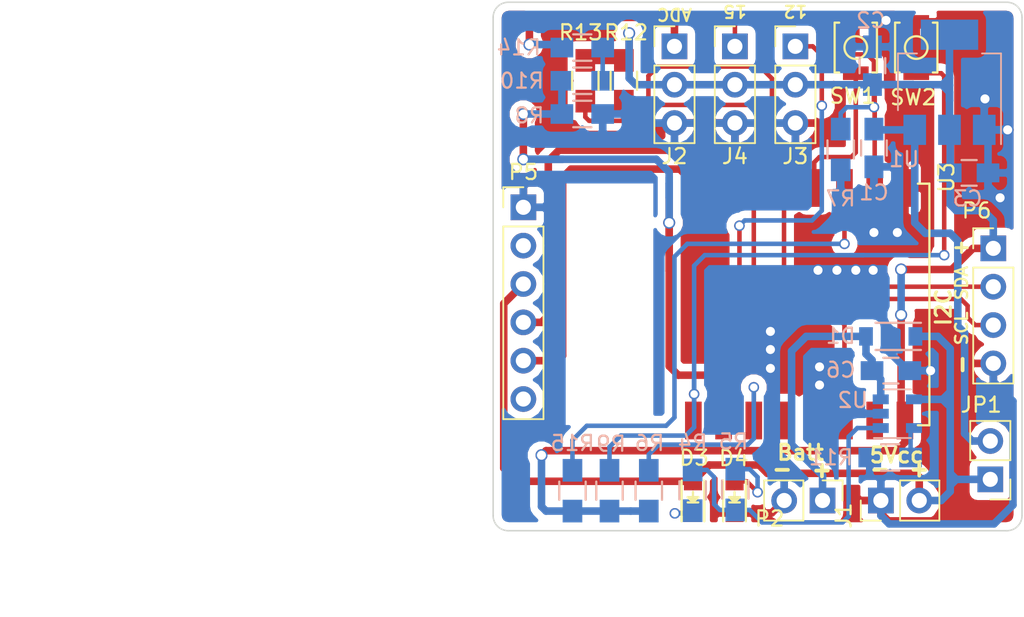
<source format=kicad_pcb>
(kicad_pcb (version 4) (host pcbnew 4.0.7)

  (general
    (links 65)
    (no_connects 0)
    (area 114.949999 54.949999 150.050001 90.050001)
    (thickness 1.6)
    (drawings 24)
    (tracks 362)
    (zones 0)
    (modules 32)
    (nets 28)
  )

  (page A4)
  (title_block
    (title NodeLoRaGrooveKitty)
    (company "Electronic Cats")
    (comment 1 "Eduardo Contreras flores")
  )

  (layers
    (0 F.Cu signal)
    (31 B.Cu signal)
    (32 B.Adhes user)
    (33 F.Adhes user)
    (34 B.Paste user)
    (35 F.Paste user)
    (36 B.SilkS user)
    (37 F.SilkS user)
    (38 B.Mask user)
    (39 F.Mask user)
    (40 Dwgs.User user)
    (41 Cmts.User user)
    (42 Eco1.User user)
    (43 Eco2.User user)
    (44 Edge.Cuts user)
    (45 Margin user)
    (46 B.CrtYd user)
    (47 F.CrtYd user)
    (48 B.Fab user hide)
    (49 F.Fab user hide)
  )

  (setup
    (last_trace_width 0.3)
    (trace_clearance 0.2)
    (zone_clearance 0.508)
    (zone_45_only no)
    (trace_min 0.2)
    (segment_width 0.2)
    (edge_width 0.1)
    (via_size 0.7)
    (via_drill 0.5)
    (via_min_size 0.4)
    (via_min_drill 0.3)
    (uvia_size 0.3)
    (uvia_drill 0.1)
    (uvias_allowed no)
    (uvia_min_size 0.2)
    (uvia_min_drill 0.1)
    (pcb_text_width 0.3)
    (pcb_text_size 1.5 1.5)
    (mod_edge_width 0.15)
    (mod_text_size 1 1)
    (mod_text_width 0.15)
    (pad_size 1.5 1.5)
    (pad_drill 0.6)
    (pad_to_mask_clearance 0)
    (aux_axis_origin 0 0)
    (visible_elements FFFFFF7F)
    (pcbplotparams
      (layerselection 0x010f0_80000001)
      (usegerberextensions false)
      (excludeedgelayer true)
      (linewidth 0.100000)
      (plotframeref false)
      (viasonmask false)
      (mode 1)
      (useauxorigin false)
      (hpglpennumber 1)
      (hpglpenspeed 20)
      (hpglpendiameter 15)
      (hpglpenoverlay 2)
      (psnegative false)
      (psa4output false)
      (plotreference true)
      (plotvalue true)
      (plotinvisibletext false)
      (padsonsilk false)
      (subtractmaskfromsilk false)
      (outputformat 1)
      (mirror false)
      (drillshape 0)
      (scaleselection 1)
      (outputdirectory "../Tarjetas Produccion/Gerbers_170109/LoRaKitty/"))
  )

  (net 0 "")
  (net 1 VCC)
  (net 2 GND)
  (net 3 +3V3)
  (net 4 +BATT)
  (net 5 "Net-(D3-Pad1)")
  (net 6 "Net-(D4-Pad2)")
  (net 7 /RX)
  (net 8 /A0)
  (net 9 /GPIO12)
  (net 10 /GPIO15)
  (net 11 "Net-(P5-Pad2)")
  (net 12 /TX)
  (net 13 "Net-(P5-Pad6)")
  (net 14 /SDA)
  (net 15 /SCL/GPIO5)
  (net 16 "Net-(R4-Pad1)")
  (net 17 /CH_PD)
  (net 18 /ADC)
  (net 19 /RST)
  (net 20 "Net-(R10-Pad1)")
  (net 21 "Net-(R11-Pad1)")
  (net 22 /GPIO2)
  (net 23 /GPIO0)
  (net 24 /GPIO16)
  (net 25 /GPIO14)
  (net 26 /GPIO13)
  (net 27 "Net-(C1-Pad1)")

  (net_class Default "Esta es la clase de red por defecto."
    (clearance 0.2)
    (trace_width 0.3)
    (via_dia 0.7)
    (via_drill 0.5)
    (uvia_dia 0.3)
    (uvia_drill 0.1)
    (add_net /CH_PD)
    (add_net /GPIO0)
    (add_net /GPIO12)
    (add_net /GPIO13)
    (add_net /GPIO14)
    (add_net /GPIO15)
    (add_net /GPIO16)
    (add_net /GPIO2)
    (add_net /RST)
    (add_net /SCL/GPIO5)
    (add_net /SDA)
    (add_net "Net-(D3-Pad1)")
    (add_net "Net-(D4-Pad2)")
    (add_net "Net-(P5-Pad2)")
    (add_net "Net-(P5-Pad6)")
    (add_net "Net-(R10-Pad1)")
    (add_net "Net-(R11-Pad1)")
    (add_net "Net-(R4-Pad1)")
  )

  (net_class vcc ""
    (clearance 0.2)
    (trace_width 0.5)
    (via_dia 0.8)
    (via_drill 0.6)
    (uvia_dia 0.3)
    (uvia_drill 0.1)
    (add_net +3V3)
    (add_net +BATT)
    (add_net /A0)
    (add_net /ADC)
    (add_net /RX)
    (add_net /TX)
    (add_net GND)
    (add_net "Net-(C1-Pad1)")
    (add_net VCC)
  )

  (module Resistors_SMD:R_0805_HandSoldering (layer B.Cu) (tedit 58307B90) (tstamp 5AD786A7)
    (at 120.9 58)
    (descr "Resistor SMD 0805, hand soldering")
    (tags "resistor 0805")
    (path /585145DF)
    (attr smd)
    (fp_text reference R14 (at -4.2 0 180) (layer B.SilkS)
      (effects (font (size 1 1) (thickness 0.15)) (justify mirror))
    )
    (fp_text value 100K (at 0 -2.1) (layer B.Fab)
      (effects (font (size 1 1) (thickness 0.15)) (justify mirror))
    )
    (fp_line (start -1 -0.625) (end -1 0.625) (layer B.Fab) (width 0.1))
    (fp_line (start 1 -0.625) (end -1 -0.625) (layer B.Fab) (width 0.1))
    (fp_line (start 1 0.625) (end 1 -0.625) (layer B.Fab) (width 0.1))
    (fp_line (start -1 0.625) (end 1 0.625) (layer B.Fab) (width 0.1))
    (fp_line (start -2.4 1) (end 2.4 1) (layer B.CrtYd) (width 0.05))
    (fp_line (start -2.4 -1) (end 2.4 -1) (layer B.CrtYd) (width 0.05))
    (fp_line (start -2.4 1) (end -2.4 -1) (layer B.CrtYd) (width 0.05))
    (fp_line (start 2.4 1) (end 2.4 -1) (layer B.CrtYd) (width 0.05))
    (fp_line (start 0.6 -0.875) (end -0.6 -0.875) (layer B.SilkS) (width 0.15))
    (fp_line (start -0.6 0.875) (end 0.6 0.875) (layer B.SilkS) (width 0.15))
    (pad 1 smd rect (at -1.35 0) (size 1.5 1.3) (layers B.Cu B.Paste B.Mask)
      (net 8 /A0))
    (pad 2 smd rect (at 1.35 0) (size 1.5 1.3) (layers B.Cu B.Paste B.Mask)
      (net 20 "Net-(R10-Pad1)"))
    (model Resistors_SMD.3dshapes/R_0805_HandSoldering.wrl
      (at (xyz 0 0 0))
      (scale (xyz 1 1 1))
      (rotate (xyz 0 0 0))
    )
  )

  (module ESP8266:ESP-12E_SMD (layer F.Cu) (tedit 5AD7959B) (tstamp 5AD786E3)
    (at 128.25 82 90)
    (descr "Module, ESP-8266, ESP-12, 16 pad, SMD")
    (tags "Module ESP-8266 ESP8266")
    (path /5ABD8E8A)
    (fp_text reference U3 (at 15.4 16.75 270) (layer F.SilkS)
      (effects (font (size 1 1) (thickness 0.15)))
    )
    (fp_text value ESP-12E (at 5.08 6.35 180) (layer F.Fab) hide
      (effects (font (size 1 1) (thickness 0.15)))
    )
    (fp_line (start -2.25 -0.5) (end -2.25 -8.75) (layer F.CrtYd) (width 0.05))
    (fp_line (start -2.25 -8.75) (end 15.25 -8.75) (layer F.CrtYd) (width 0.05))
    (fp_line (start 15.25 -8.75) (end 16.25 -8.75) (layer F.CrtYd) (width 0.05))
    (fp_line (start 16.25 -8.75) (end 16.25 16) (layer F.CrtYd) (width 0.05))
    (fp_line (start 16.25 16) (end -2.25 16) (layer F.CrtYd) (width 0.05))
    (fp_line (start -2.25 16) (end -2.25 -0.5) (layer F.CrtYd) (width 0.05))
    (fp_line (start -1.016 -8.382) (end 14.986 -8.382) (layer F.CrtYd) (width 0.1524))
    (fp_line (start 14.986 -8.382) (end 14.986 -0.889) (layer F.CrtYd) (width 0.1524))
    (fp_line (start -1.016 -8.382) (end -1.016 -1.016) (layer F.CrtYd) (width 0.1524))
    (fp_line (start -1.016 14.859) (end -1.016 15.621) (layer F.SilkS) (width 0.1524))
    (fp_line (start -1.016 15.621) (end 14.986 15.621) (layer F.SilkS) (width 0.1524))
    (fp_line (start 14.986 15.621) (end 14.986 14.859) (layer F.SilkS) (width 0.1524))
    (fp_line (start 14.992 -8.4) (end -1.008 -2.6) (layer F.CrtYd) (width 0.1524))
    (fp_line (start -1.008 -8.4) (end 14.992 -2.6) (layer F.CrtYd) (width 0.1524))
    (fp_text user "No Copper" (at 6.892 -5.4 90) (layer F.CrtYd)
      (effects (font (size 1 1) (thickness 0.15)))
    )
    (fp_line (start -1.008 -2.6) (end 14.992 -2.6) (layer F.CrtYd) (width 0.1524))
    (fp_line (start 15 -8.4) (end 15 15.6) (layer F.Fab) (width 0.05))
    (fp_line (start 14.992 15.6) (end -1.008 15.6) (layer F.Fab) (width 0.05))
    (fp_line (start -1.008 15.6) (end -1.008 -8.4) (layer F.Fab) (width 0.05))
    (fp_line (start -1.008 -8.4) (end 14.992 -8.4) (layer F.Fab) (width 0.05))
    (pad 1 smd rect (at 0 0 90) (size 2.5 1.1) (drill (offset -0.7 0)) (layers F.Cu F.Paste F.Mask)
      (net 19 /RST))
    (pad 2 smd rect (at 0 2 90) (size 2.5 1.1) (drill (offset -0.7 0)) (layers F.Cu F.Paste F.Mask)
      (net 18 /ADC))
    (pad 3 smd rect (at 0 4 90) (size 2.5 1.1) (drill (offset -0.7 0)) (layers F.Cu F.Paste F.Mask)
      (net 17 /CH_PD))
    (pad 4 smd rect (at 0 6 90) (size 2.5 1.1) (drill (offset -0.7 0)) (layers F.Cu F.Paste F.Mask)
      (net 24 /GPIO16))
    (pad 5 smd rect (at 0 8 90) (size 2.5 1.1) (drill (offset -0.7 0)) (layers F.Cu F.Paste F.Mask)
      (net 25 /GPIO14))
    (pad 6 smd rect (at 0 10 90) (size 2.5 1.1) (drill (offset -0.7 0)) (layers F.Cu F.Paste F.Mask)
      (net 9 /GPIO12))
    (pad 7 smd rect (at 0 12 90) (size 2.5 1.1) (drill (offset -0.7 0)) (layers F.Cu F.Paste F.Mask)
      (net 26 /GPIO13))
    (pad 8 smd rect (at 0 14 90) (size 2.5 1.1) (drill (offset -0.7 0)) (layers F.Cu F.Paste F.Mask)
      (net 3 +3V3))
    (pad 9 smd rect (at 14 14 90) (size 2.5 1.1) (drill (offset 0.7 0)) (layers F.Cu F.Paste F.Mask)
      (net 2 GND))
    (pad 10 smd rect (at 14 12 90) (size 2.5 1.1) (drill (offset 0.7 0)) (layers F.Cu F.Paste F.Mask)
      (net 10 /GPIO15))
    (pad 11 smd rect (at 14 10 90) (size 2.5 1.1) (drill (offset 0.7 0)) (layers F.Cu F.Paste F.Mask)
      (net 22 /GPIO2))
    (pad 12 smd rect (at 14 8 90) (size 2.5 1.1) (drill (offset 0.7 0)) (layers F.Cu F.Paste F.Mask)
      (net 23 /GPIO0))
    (pad 13 smd rect (at 14 6 90) (size 2.5 1.1) (drill (offset 0.7 0)) (layers F.Cu F.Paste F.Mask)
      (net 14 /SDA))
    (pad 14 smd rect (at 14 4 90) (size 2.5 1.1) (drill (offset 0.7 0)) (layers F.Cu F.Paste F.Mask)
      (net 15 /SCL/GPIO5))
    (pad 15 smd rect (at 14 2 90) (size 2.5 1.1) (drill (offset 0.7 0)) (layers F.Cu F.Paste F.Mask)
      (net 7 /RX))
    (pad 16 smd rect (at 14 0 90) (size 2.5 1.1) (drill (offset 0.7 0)) (layers F.Cu F.Paste F.Mask)
      (net 12 /TX))
    (model ${ESPLIB}/ESP8266.3dshapes/ESP-12.wrl
      (at (xyz 0 0 0))
      (scale (xyz 0.3937 0.3937 0.3937))
      (rotate (xyz 0 0 0))
    )
    (model /Volumes/Macintosh_HD/Documents/kicad_libraries/kicad-ESP8266-master/ESP8266.3dshapes/ESP-12-E-better.wrl
      (at (xyz 0 0 0))
      (scale (xyz 1 1 1))
      (rotate (xyz 0 0 0))
    )
  )

  (module Capacitors_SMD:C_0805_HandSoldering (layer B.Cu) (tedit 541A9B8D) (tstamp 5AD785F4)
    (at 140.2 64.65 270)
    (descr "Capacitor SMD 0805, hand soldering")
    (tags "capacitor 0805")
    (path /57D1B361)
    (attr smd)
    (fp_text reference C1 (at 2.95 0 540) (layer B.SilkS)
      (effects (font (size 1 1) (thickness 0.15)) (justify mirror))
    )
    (fp_text value 10uF (at 0 -2.1 270) (layer B.Fab)
      (effects (font (size 1 1) (thickness 0.15)) (justify mirror))
    )
    (fp_line (start -1 -0.625) (end -1 0.625) (layer B.Fab) (width 0.15))
    (fp_line (start 1 -0.625) (end -1 -0.625) (layer B.Fab) (width 0.15))
    (fp_line (start 1 0.625) (end 1 -0.625) (layer B.Fab) (width 0.15))
    (fp_line (start -1 0.625) (end 1 0.625) (layer B.Fab) (width 0.15))
    (fp_line (start -2.3 1) (end 2.3 1) (layer B.CrtYd) (width 0.05))
    (fp_line (start -2.3 -1) (end 2.3 -1) (layer B.CrtYd) (width 0.05))
    (fp_line (start -2.3 1) (end -2.3 -1) (layer B.CrtYd) (width 0.05))
    (fp_line (start 2.3 1) (end 2.3 -1) (layer B.CrtYd) (width 0.05))
    (fp_line (start 0.5 0.85) (end -0.5 0.85) (layer B.SilkS) (width 0.15))
    (fp_line (start -0.5 -0.85) (end 0.5 -0.85) (layer B.SilkS) (width 0.15))
    (pad 1 smd rect (at -1.25 0 270) (size 1.5 1.25) (layers B.Cu B.Paste B.Mask)
      (net 27 "Net-(C1-Pad1)"))
    (pad 2 smd rect (at 1.25 0 270) (size 1.5 1.25) (layers B.Cu B.Paste B.Mask)
      (net 2 GND))
    (model Capacitors_SMD.3dshapes/C_0805_HandSoldering.wrl
      (at (xyz 0 0 0))
      (scale (xyz 1 1 1))
      (rotate (xyz 0 0 0))
    )
  )

  (module Capacitors_SMD:C_0805_HandSoldering (layer B.Cu) (tedit 541A9B8D) (tstamp 5AD785FA)
    (at 140.1 59.2 90)
    (descr "Capacitor SMD 0805, hand soldering")
    (tags "capacitor 0805")
    (path /57D1B3A3)
    (attr smd)
    (fp_text reference C2 (at 3 -0.1 180) (layer B.SilkS)
      (effects (font (size 1 1) (thickness 0.15)) (justify mirror))
    )
    (fp_text value 10uF (at 0 -2.1 90) (layer B.Fab)
      (effects (font (size 1 1) (thickness 0.15)) (justify mirror))
    )
    (fp_line (start -1 -0.625) (end -1 0.625) (layer B.Fab) (width 0.15))
    (fp_line (start 1 -0.625) (end -1 -0.625) (layer B.Fab) (width 0.15))
    (fp_line (start 1 0.625) (end 1 -0.625) (layer B.Fab) (width 0.15))
    (fp_line (start -1 0.625) (end 1 0.625) (layer B.Fab) (width 0.15))
    (fp_line (start -2.3 1) (end 2.3 1) (layer B.CrtYd) (width 0.05))
    (fp_line (start -2.3 -1) (end 2.3 -1) (layer B.CrtYd) (width 0.05))
    (fp_line (start -2.3 1) (end -2.3 -1) (layer B.CrtYd) (width 0.05))
    (fp_line (start 2.3 1) (end 2.3 -1) (layer B.CrtYd) (width 0.05))
    (fp_line (start 0.5 0.85) (end -0.5 0.85) (layer B.SilkS) (width 0.15))
    (fp_line (start -0.5 -0.85) (end 0.5 -0.85) (layer B.SilkS) (width 0.15))
    (pad 1 smd rect (at -1.25 0 90) (size 1.5 1.25) (layers B.Cu B.Paste B.Mask)
      (net 3 +3V3))
    (pad 2 smd rect (at 1.25 0 90) (size 1.5 1.25) (layers B.Cu B.Paste B.Mask)
      (net 2 GND))
    (model Capacitors_SMD.3dshapes/C_0805_HandSoldering.wrl
      (at (xyz 0 0 0))
      (scale (xyz 1 1 1))
      (rotate (xyz 0 0 0))
    )
  )

  (module Capacitors_SMD:C_0805_HandSoldering (layer B.Cu) (tedit 541A9B8D) (tstamp 5AD78600)
    (at 146.5 66.3)
    (descr "Capacitor SMD 0805, hand soldering")
    (tags "capacitor 0805")
    (path /57D3140E)
    (attr smd)
    (fp_text reference C3 (at -0.1 1.7) (layer B.SilkS)
      (effects (font (size 1 1) (thickness 0.15)) (justify mirror))
    )
    (fp_text value 1uF (at 0 -2.1) (layer B.Fab)
      (effects (font (size 1 1) (thickness 0.15)) (justify mirror))
    )
    (fp_line (start -1 -0.625) (end -1 0.625) (layer B.Fab) (width 0.15))
    (fp_line (start 1 -0.625) (end -1 -0.625) (layer B.Fab) (width 0.15))
    (fp_line (start 1 0.625) (end 1 -0.625) (layer B.Fab) (width 0.15))
    (fp_line (start -1 0.625) (end 1 0.625) (layer B.Fab) (width 0.15))
    (fp_line (start -2.3 1) (end 2.3 1) (layer B.CrtYd) (width 0.05))
    (fp_line (start -2.3 -1) (end 2.3 -1) (layer B.CrtYd) (width 0.05))
    (fp_line (start -2.3 1) (end -2.3 -1) (layer B.CrtYd) (width 0.05))
    (fp_line (start 2.3 1) (end 2.3 -1) (layer B.CrtYd) (width 0.05))
    (fp_line (start 0.5 0.85) (end -0.5 0.85) (layer B.SilkS) (width 0.15))
    (fp_line (start -0.5 -0.85) (end 0.5 -0.85) (layer B.SilkS) (width 0.15))
    (pad 1 smd rect (at -1.25 0) (size 1.5 1.25) (layers B.Cu B.Paste B.Mask)
      (net 3 +3V3))
    (pad 2 smd rect (at 1.25 0) (size 1.5 1.25) (layers B.Cu B.Paste B.Mask)
      (net 2 GND))
    (model Capacitors_SMD.3dshapes/C_0805_HandSoldering.wrl
      (at (xyz 0 0 0))
      (scale (xyz 1 1 1))
      (rotate (xyz 0 0 0))
    )
  )

  (module Capacitors_SMD:C_0805_HandSoldering (layer B.Cu) (tedit 541A9B8D) (tstamp 5AD78606)
    (at 141.325 79.4)
    (descr "Capacitor SMD 0805, hand soldering")
    (tags "capacitor 0805")
    (path /57D1EF29)
    (attr smd)
    (fp_text reference C6 (at -3.325 -0.05 180) (layer B.SilkS)
      (effects (font (size 1 1) (thickness 0.15)) (justify mirror))
    )
    (fp_text value 10uF (at 0.25 -0.25) (layer B.Fab)
      (effects (font (size 1 1) (thickness 0.15)) (justify mirror))
    )
    (fp_line (start -1 -0.625) (end -1 0.625) (layer B.Fab) (width 0.15))
    (fp_line (start 1 -0.625) (end -1 -0.625) (layer B.Fab) (width 0.15))
    (fp_line (start 1 0.625) (end 1 -0.625) (layer B.Fab) (width 0.15))
    (fp_line (start -1 0.625) (end 1 0.625) (layer B.Fab) (width 0.15))
    (fp_line (start -2.3 1) (end 2.3 1) (layer B.CrtYd) (width 0.05))
    (fp_line (start -2.3 -1) (end 2.3 -1) (layer B.CrtYd) (width 0.05))
    (fp_line (start -2.3 1) (end -2.3 -1) (layer B.CrtYd) (width 0.05))
    (fp_line (start 2.3 1) (end 2.3 -1) (layer B.CrtYd) (width 0.05))
    (fp_line (start 0.5 0.85) (end -0.5 0.85) (layer B.SilkS) (width 0.15))
    (fp_line (start -0.5 -0.85) (end 0.5 -0.85) (layer B.SilkS) (width 0.15))
    (pad 1 smd rect (at -1.25 0) (size 1.5 1.25) (layers B.Cu B.Paste B.Mask)
      (net 4 +BATT))
    (pad 2 smd rect (at 1.25 0) (size 1.5 1.25) (layers B.Cu B.Paste B.Mask)
      (net 2 GND))
    (model Capacitors_SMD.3dshapes/C_0805_HandSoldering.wrl
      (at (xyz 0 0 0))
      (scale (xyz 1 1 1))
      (rotate (xyz 0 0 0))
    )
  )

  (module Diodes_SMD:SOD-123 (layer B.Cu) (tedit 5753A53E) (tstamp 5AD7860C)
    (at 141.31 77.13 180)
    (descr SOD-123)
    (tags SOD-123)
    (path /5ABDCA78)
    (attr smd)
    (fp_text reference D1 (at 3.31 0.03 180) (layer B.SilkS)
      (effects (font (size 1 1) (thickness 0.15)) (justify mirror))
    )
    (fp_text value D_Schottky (at 0 -2.1 180) (layer B.Fab)
      (effects (font (size 1 1) (thickness 0.15)) (justify mirror))
    )
    (fp_line (start 0.25 0) (end 0.75 0) (layer B.Fab) (width 0.15))
    (fp_line (start 0.25 -0.4) (end -0.35 0) (layer B.Fab) (width 0.15))
    (fp_line (start 0.25 0.4) (end 0.25 -0.4) (layer B.Fab) (width 0.15))
    (fp_line (start -0.35 0) (end 0.25 0.4) (layer B.Fab) (width 0.15))
    (fp_line (start -0.35 0) (end -0.35 -0.55) (layer B.Fab) (width 0.15))
    (fp_line (start -0.35 0) (end -0.35 0.55) (layer B.Fab) (width 0.15))
    (fp_line (start -0.75 0) (end -0.35 0) (layer B.Fab) (width 0.15))
    (fp_line (start -1.35 -0.8) (end -1.35 0.8) (layer B.Fab) (width 0.15))
    (fp_line (start 1.35 -0.8) (end -1.35 -0.8) (layer B.Fab) (width 0.15))
    (fp_line (start 1.35 0.8) (end 1.35 -0.8) (layer B.Fab) (width 0.15))
    (fp_line (start -1.35 0.8) (end 1.35 0.8) (layer B.Fab) (width 0.15))
    (fp_line (start -2.25 1.05) (end 2.25 1.05) (layer B.CrtYd) (width 0.05))
    (fp_line (start 2.25 1.05) (end 2.25 -1.05) (layer B.CrtYd) (width 0.05))
    (fp_line (start 2.25 -1.05) (end -2.25 -1.05) (layer B.CrtYd) (width 0.05))
    (fp_line (start -2.25 1.05) (end -2.25 -1.05) (layer B.CrtYd) (width 0.05))
    (fp_line (start -2 -0.9) (end 1 -0.9) (layer B.SilkS) (width 0.15))
    (fp_line (start -2 0.9) (end 1 0.9) (layer B.SilkS) (width 0.15))
    (pad 1 smd rect (at -1.635 0 180) (size 0.91 1.22) (layers B.Cu B.Paste B.Mask)
      (net 1 VCC))
    (pad 2 smd rect (at 1.635 0 180) (size 0.91 1.22) (layers B.Cu B.Paste B.Mask)
      (net 4 +BATT))
    (model ${KISYS3DMOD}/Diodes_SMD.3dshapes/SOD-123.wrl
      (at (xyz 0 0 0))
      (scale (xyz 1 1 1))
      (rotate (xyz 0 0 0))
    )
  )

  (module LEDs:LED_0805 (layer F.Cu) (tedit 55BDE1C2) (tstamp 5AD78612)
    (at 128.225 87.77598 90)
    (descr "LED 0805 smd package")
    (tags "LED 0805 SMD")
    (path /57D1D442)
    (attr smd)
    (fp_text reference D3 (at 2.60098 0.075 180) (layer F.SilkS)
      (effects (font (size 1 1) (thickness 0.15)))
    )
    (fp_text value CHG (at -0.29902 0 90) (layer F.Fab)
      (effects (font (size 1 1) (thickness 0.15)))
    )
    (fp_line (start -0.4 -0.3) (end -0.4 0.3) (layer F.Fab) (width 0.15))
    (fp_line (start -0.3 0) (end 0 -0.3) (layer F.Fab) (width 0.15))
    (fp_line (start 0 0.3) (end -0.3 0) (layer F.Fab) (width 0.15))
    (fp_line (start 0 -0.3) (end 0 0.3) (layer F.Fab) (width 0.15))
    (fp_line (start 1 -0.6) (end -1 -0.6) (layer F.Fab) (width 0.15))
    (fp_line (start 1 0.6) (end 1 -0.6) (layer F.Fab) (width 0.15))
    (fp_line (start -1 0.6) (end 1 0.6) (layer F.Fab) (width 0.15))
    (fp_line (start -1 -0.6) (end -1 0.6) (layer F.Fab) (width 0.15))
    (fp_line (start -1.6 0.75) (end 1.1 0.75) (layer F.SilkS) (width 0.15))
    (fp_line (start -1.6 -0.75) (end 1.1 -0.75) (layer F.SilkS) (width 0.15))
    (fp_line (start -0.1 0.15) (end -0.1 -0.1) (layer F.SilkS) (width 0.15))
    (fp_line (start -0.1 -0.1) (end -0.25 0.05) (layer F.SilkS) (width 0.15))
    (fp_line (start -0.35 -0.35) (end -0.35 0.35) (layer F.SilkS) (width 0.15))
    (fp_line (start 0 0) (end 0.35 0) (layer F.SilkS) (width 0.15))
    (fp_line (start -0.35 0) (end 0 -0.35) (layer F.SilkS) (width 0.15))
    (fp_line (start 0 -0.35) (end 0 0.35) (layer F.SilkS) (width 0.15))
    (fp_line (start 0 0.35) (end -0.35 0) (layer F.SilkS) (width 0.15))
    (fp_line (start 1.9 -0.95) (end 1.9 0.95) (layer F.CrtYd) (width 0.05))
    (fp_line (start 1.9 0.95) (end -1.9 0.95) (layer F.CrtYd) (width 0.05))
    (fp_line (start -1.9 0.95) (end -1.9 -0.95) (layer F.CrtYd) (width 0.05))
    (fp_line (start -1.9 -0.95) (end 1.9 -0.95) (layer F.CrtYd) (width 0.05))
    (pad 2 smd rect (at 1.04902 0 270) (size 1.19888 1.19888) (layers F.Cu F.Paste F.Mask)
      (net 1 VCC))
    (pad 1 smd rect (at -1.04902 0 270) (size 1.19888 1.19888) (layers F.Cu F.Paste F.Mask)
      (net 5 "Net-(D3-Pad1)"))
    (model LEDs.3dshapes/LED_0805.wrl
      (at (xyz 0 0 0))
      (scale (xyz 1 1 1))
      (rotate (xyz 0 0 0))
    )
  )

  (module LEDs:LED_0805 (layer F.Cu) (tedit 55BDE1C2) (tstamp 5AD78618)
    (at 130.975 87.77598 90)
    (descr "LED 0805 smd package")
    (tags "LED 0805 SMD")
    (path /57D1DDC9)
    (attr smd)
    (fp_text reference D4 (at 2.57598 -0.05 360) (layer F.SilkS)
      (effects (font (size 1 1) (thickness 0.15)))
    )
    (fp_text value DONE (at -0.04902 0 90) (layer F.Fab)
      (effects (font (size 1 1) (thickness 0.15)))
    )
    (fp_line (start -0.4 -0.3) (end -0.4 0.3) (layer F.Fab) (width 0.15))
    (fp_line (start -0.3 0) (end 0 -0.3) (layer F.Fab) (width 0.15))
    (fp_line (start 0 0.3) (end -0.3 0) (layer F.Fab) (width 0.15))
    (fp_line (start 0 -0.3) (end 0 0.3) (layer F.Fab) (width 0.15))
    (fp_line (start 1 -0.6) (end -1 -0.6) (layer F.Fab) (width 0.15))
    (fp_line (start 1 0.6) (end 1 -0.6) (layer F.Fab) (width 0.15))
    (fp_line (start -1 0.6) (end 1 0.6) (layer F.Fab) (width 0.15))
    (fp_line (start -1 -0.6) (end -1 0.6) (layer F.Fab) (width 0.15))
    (fp_line (start -1.6 0.75) (end 1.1 0.75) (layer F.SilkS) (width 0.15))
    (fp_line (start -1.6 -0.75) (end 1.1 -0.75) (layer F.SilkS) (width 0.15))
    (fp_line (start -0.1 0.15) (end -0.1 -0.1) (layer F.SilkS) (width 0.15))
    (fp_line (start -0.1 -0.1) (end -0.25 0.05) (layer F.SilkS) (width 0.15))
    (fp_line (start -0.35 -0.35) (end -0.35 0.35) (layer F.SilkS) (width 0.15))
    (fp_line (start 0 0) (end 0.35 0) (layer F.SilkS) (width 0.15))
    (fp_line (start -0.35 0) (end 0 -0.35) (layer F.SilkS) (width 0.15))
    (fp_line (start 0 -0.35) (end 0 0.35) (layer F.SilkS) (width 0.15))
    (fp_line (start 0 0.35) (end -0.35 0) (layer F.SilkS) (width 0.15))
    (fp_line (start 1.9 -0.95) (end 1.9 0.95) (layer F.CrtYd) (width 0.05))
    (fp_line (start 1.9 0.95) (end -1.9 0.95) (layer F.CrtYd) (width 0.05))
    (fp_line (start -1.9 0.95) (end -1.9 -0.95) (layer F.CrtYd) (width 0.05))
    (fp_line (start -1.9 -0.95) (end 1.9 -0.95) (layer F.CrtYd) (width 0.05))
    (pad 2 smd rect (at 1.04902 0 270) (size 1.19888 1.19888) (layers F.Cu F.Paste F.Mask)
      (net 6 "Net-(D4-Pad2)"))
    (pad 1 smd rect (at -1.04902 0 270) (size 1.19888 1.19888) (layers F.Cu F.Paste F.Mask)
      (net 2 GND))
    (model LEDs.3dshapes/LED_0805.wrl
      (at (xyz 0 0 0))
      (scale (xyz 1 1 1))
      (rotate (xyz 0 0 0))
    )
  )

  (module Pin_Headers:Pin_Header_Straight_1x03_Pitch2.54mm (layer F.Cu) (tedit 59650532) (tstamp 5AD7862C)
    (at 127 57.92)
    (descr "Through hole straight pin header, 1x03, 2.54mm pitch, single row")
    (tags "Through hole pin header THT 1x03 2.54mm single row")
    (path /5AD80ABF)
    (fp_text reference J2 (at 0 7.28) (layer F.SilkS)
      (effects (font (size 1 1) (thickness 0.15)))
    )
    (fp_text value ADC (at 0 8.08 90) (layer F.Fab)
      (effects (font (size 1 1) (thickness 0.15)))
    )
    (fp_line (start -0.635 -1.27) (end 1.27 -1.27) (layer F.Fab) (width 0.1))
    (fp_line (start 1.27 -1.27) (end 1.27 6.35) (layer F.Fab) (width 0.1))
    (fp_line (start 1.27 6.35) (end -1.27 6.35) (layer F.Fab) (width 0.1))
    (fp_line (start -1.27 6.35) (end -1.27 -0.635) (layer F.Fab) (width 0.1))
    (fp_line (start -1.27 -0.635) (end -0.635 -1.27) (layer F.Fab) (width 0.1))
    (fp_line (start -1.33 6.41) (end 1.33 6.41) (layer F.SilkS) (width 0.12))
    (fp_line (start -1.33 1.27) (end -1.33 6.41) (layer F.SilkS) (width 0.12))
    (fp_line (start 1.33 1.27) (end 1.33 6.41) (layer F.SilkS) (width 0.12))
    (fp_line (start -1.33 1.27) (end 1.33 1.27) (layer F.SilkS) (width 0.12))
    (fp_line (start -1.33 0) (end -1.33 -1.33) (layer F.SilkS) (width 0.12))
    (fp_line (start -1.33 -1.33) (end 0 -1.33) (layer F.SilkS) (width 0.12))
    (fp_line (start -1.8 -1.8) (end -1.8 6.85) (layer F.CrtYd) (width 0.05))
    (fp_line (start -1.8 6.85) (end 1.8 6.85) (layer F.CrtYd) (width 0.05))
    (fp_line (start 1.8 6.85) (end 1.8 -1.8) (layer F.CrtYd) (width 0.05))
    (fp_line (start 1.8 -1.8) (end -1.8 -1.8) (layer F.CrtYd) (width 0.05))
    (fp_text user %R (at 0 2.54 90) (layer F.Fab)
      (effects (font (size 1 1) (thickness 0.15)))
    )
    (pad 1 thru_hole rect (at 0 0) (size 1.7 1.7) (drill 1) (layers *.Cu *.Mask)
      (net 8 /A0))
    (pad 2 thru_hole oval (at 0 2.54) (size 1.7 1.7) (drill 1) (layers *.Cu *.Mask)
      (net 3 +3V3))
    (pad 3 thru_hole oval (at 0 5.08) (size 1.7 1.7) (drill 1) (layers *.Cu *.Mask)
      (net 2 GND))
    (model ${KISYS3DMOD}/Pin_Headers.3dshapes/Pin_Header_Straight_1x03_Pitch2.54mm.wrl
      (at (xyz 0 0 0))
      (scale (xyz 1 1 1))
      (rotate (xyz 0 0 0))
    )
  )

  (module Pin_Headers:Pin_Header_Straight_1x03_Pitch2.54mm (layer F.Cu) (tedit 59650532) (tstamp 5AD78633)
    (at 135 57.92)
    (descr "Through hole straight pin header, 1x03, 2.54mm pitch, single row")
    (tags "Through hole pin header THT 1x03 2.54mm single row")
    (path /5AD82440)
    (fp_text reference J3 (at 0 7.28) (layer F.SilkS)
      (effects (font (size 1 1) (thickness 0.15)))
    )
    (fp_text value GPIO12 (at 0 9.08 90) (layer F.Fab)
      (effects (font (size 1 1) (thickness 0.15)))
    )
    (fp_line (start -0.635 -1.27) (end 1.27 -1.27) (layer F.Fab) (width 0.1))
    (fp_line (start 1.27 -1.27) (end 1.27 6.35) (layer F.Fab) (width 0.1))
    (fp_line (start 1.27 6.35) (end -1.27 6.35) (layer F.Fab) (width 0.1))
    (fp_line (start -1.27 6.35) (end -1.27 -0.635) (layer F.Fab) (width 0.1))
    (fp_line (start -1.27 -0.635) (end -0.635 -1.27) (layer F.Fab) (width 0.1))
    (fp_line (start -1.33 6.41) (end 1.33 6.41) (layer F.SilkS) (width 0.12))
    (fp_line (start -1.33 1.27) (end -1.33 6.41) (layer F.SilkS) (width 0.12))
    (fp_line (start 1.33 1.27) (end 1.33 6.41) (layer F.SilkS) (width 0.12))
    (fp_line (start -1.33 1.27) (end 1.33 1.27) (layer F.SilkS) (width 0.12))
    (fp_line (start -1.33 0) (end -1.33 -1.33) (layer F.SilkS) (width 0.12))
    (fp_line (start -1.33 -1.33) (end 0 -1.33) (layer F.SilkS) (width 0.12))
    (fp_line (start -1.8 -1.8) (end -1.8 6.85) (layer F.CrtYd) (width 0.05))
    (fp_line (start -1.8 6.85) (end 1.8 6.85) (layer F.CrtYd) (width 0.05))
    (fp_line (start 1.8 6.85) (end 1.8 -1.8) (layer F.CrtYd) (width 0.05))
    (fp_line (start 1.8 -1.8) (end -1.8 -1.8) (layer F.CrtYd) (width 0.05))
    (fp_text user %R (at 0 2.54 90) (layer F.Fab)
      (effects (font (size 1 1) (thickness 0.15)))
    )
    (pad 1 thru_hole rect (at 0 0) (size 1.7 1.7) (drill 1) (layers *.Cu *.Mask)
      (net 9 /GPIO12))
    (pad 2 thru_hole oval (at 0 2.54) (size 1.7 1.7) (drill 1) (layers *.Cu *.Mask)
      (net 3 +3V3))
    (pad 3 thru_hole oval (at 0 5.08) (size 1.7 1.7) (drill 1) (layers *.Cu *.Mask)
      (net 2 GND))
    (model ${KISYS3DMOD}/Pin_Headers.3dshapes/Pin_Header_Straight_1x03_Pitch2.54mm.wrl
      (at (xyz 0 0 0))
      (scale (xyz 1 1 1))
      (rotate (xyz 0 0 0))
    )
  )

  (module Pin_Headers:Pin_Header_Straight_1x03_Pitch2.54mm (layer F.Cu) (tedit 59650532) (tstamp 5AD7863A)
    (at 131 57.92)
    (descr "Through hole straight pin header, 1x03, 2.54mm pitch, single row")
    (tags "Through hole pin header THT 1x03 2.54mm single row")
    (path /5AD82523)
    (fp_text reference J4 (at 0 7.28) (layer F.SilkS)
      (effects (font (size 1 1) (thickness 0.15)))
    )
    (fp_text value GPIO15 (at 0 9.08 90) (layer F.Fab)
      (effects (font (size 1 1) (thickness 0.15)))
    )
    (fp_line (start -0.635 -1.27) (end 1.27 -1.27) (layer F.Fab) (width 0.1))
    (fp_line (start 1.27 -1.27) (end 1.27 6.35) (layer F.Fab) (width 0.1))
    (fp_line (start 1.27 6.35) (end -1.27 6.35) (layer F.Fab) (width 0.1))
    (fp_line (start -1.27 6.35) (end -1.27 -0.635) (layer F.Fab) (width 0.1))
    (fp_line (start -1.27 -0.635) (end -0.635 -1.27) (layer F.Fab) (width 0.1))
    (fp_line (start -1.33 6.41) (end 1.33 6.41) (layer F.SilkS) (width 0.12))
    (fp_line (start -1.33 1.27) (end -1.33 6.41) (layer F.SilkS) (width 0.12))
    (fp_line (start 1.33 1.27) (end 1.33 6.41) (layer F.SilkS) (width 0.12))
    (fp_line (start -1.33 1.27) (end 1.33 1.27) (layer F.SilkS) (width 0.12))
    (fp_line (start -1.33 0) (end -1.33 -1.33) (layer F.SilkS) (width 0.12))
    (fp_line (start -1.33 -1.33) (end 0 -1.33) (layer F.SilkS) (width 0.12))
    (fp_line (start -1.8 -1.8) (end -1.8 6.85) (layer F.CrtYd) (width 0.05))
    (fp_line (start -1.8 6.85) (end 1.8 6.85) (layer F.CrtYd) (width 0.05))
    (fp_line (start 1.8 6.85) (end 1.8 -1.8) (layer F.CrtYd) (width 0.05))
    (fp_line (start 1.8 -1.8) (end -1.8 -1.8) (layer F.CrtYd) (width 0.05))
    (fp_text user %R (at 0 2.54 90) (layer F.Fab)
      (effects (font (size 1 1) (thickness 0.15)))
    )
    (pad 1 thru_hole rect (at 0 0) (size 1.7 1.7) (drill 1) (layers *.Cu *.Mask)
      (net 10 /GPIO15))
    (pad 2 thru_hole oval (at 0 2.54) (size 1.7 1.7) (drill 1) (layers *.Cu *.Mask)
      (net 3 +3V3))
    (pad 3 thru_hole oval (at 0 5.08) (size 1.7 1.7) (drill 1) (layers *.Cu *.Mask)
      (net 2 GND))
    (model ${KISYS3DMOD}/Pin_Headers.3dshapes/Pin_Header_Straight_1x03_Pitch2.54mm.wrl
      (at (xyz 0 0 0))
      (scale (xyz 1 1 1))
      (rotate (xyz 0 0 0))
    )
  )

  (module Pin_Headers:Pin_Header_Straight_1x02_Pitch2.54mm (layer F.Cu) (tedit 59650532) (tstamp 5AD78640)
    (at 147.9 86.6 180)
    (descr "Through hole straight pin header, 1x02, 2.54mm pitch, single row")
    (tags "Through hole pin header THT 1x02 2.54mm single row")
    (path /5AD7E524)
    (fp_text reference JP1 (at 0.6 4.94 360) (layer F.SilkS)
      (effects (font (size 1 1) (thickness 0.15)))
    )
    (fp_text value On/Off (at 1.5 1.5 270) (layer F.Fab)
      (effects (font (size 1 1) (thickness 0.15)))
    )
    (fp_line (start -0.635 -1.27) (end 1.27 -1.27) (layer F.Fab) (width 0.1))
    (fp_line (start 1.27 -1.27) (end 1.27 3.81) (layer F.Fab) (width 0.1))
    (fp_line (start 1.27 3.81) (end -1.27 3.81) (layer F.Fab) (width 0.1))
    (fp_line (start -1.27 3.81) (end -1.27 -0.635) (layer F.Fab) (width 0.1))
    (fp_line (start -1.27 -0.635) (end -0.635 -1.27) (layer F.Fab) (width 0.1))
    (fp_line (start -1.33 3.87) (end 1.33 3.87) (layer F.SilkS) (width 0.12))
    (fp_line (start -1.33 1.27) (end -1.33 3.87) (layer F.SilkS) (width 0.12))
    (fp_line (start 1.33 1.27) (end 1.33 3.87) (layer F.SilkS) (width 0.12))
    (fp_line (start -1.33 1.27) (end 1.33 1.27) (layer F.SilkS) (width 0.12))
    (fp_line (start -1.33 0) (end -1.33 -1.33) (layer F.SilkS) (width 0.12))
    (fp_line (start -1.33 -1.33) (end 0 -1.33) (layer F.SilkS) (width 0.12))
    (fp_line (start -1.8 -1.8) (end -1.8 4.35) (layer F.CrtYd) (width 0.05))
    (fp_line (start -1.8 4.35) (end 1.8 4.35) (layer F.CrtYd) (width 0.05))
    (fp_line (start 1.8 4.35) (end 1.8 -1.8) (layer F.CrtYd) (width 0.05))
    (fp_line (start 1.8 -1.8) (end -1.8 -1.8) (layer F.CrtYd) (width 0.05))
    (fp_text user %R (at 0 1.27 270) (layer F.Fab)
      (effects (font (size 1 1) (thickness 0.15)))
    )
    (pad 1 thru_hole rect (at 0 0 180) (size 1.7 1.7) (drill 1) (layers *.Cu *.Mask)
      (net 1 VCC))
    (pad 2 thru_hole oval (at 0 2.54 180) (size 1.7 1.7) (drill 1) (layers *.Cu *.Mask)
      (net 27 "Net-(C1-Pad1)"))
    (model ${KISYS3DMOD}/Pin_Headers.3dshapes/Pin_Header_Straight_1x02_Pitch2.54mm.wrl
      (at (xyz 0 0 0))
      (scale (xyz 1 1 1))
      (rotate (xyz 0 0 0))
    )
  )

  (module Resistors_SMD:R_0805_HandSoldering (layer B.Cu) (tedit 58307B90) (tstamp 5AD7866B)
    (at 128.2 87.325 270)
    (descr "Resistor SMD 0805, hand soldering")
    (tags "resistor 0805")
    (path /57D1D2C1)
    (attr smd)
    (fp_text reference R4 (at -3.15 0 540) (layer B.SilkS)
      (effects (font (size 1 1) (thickness 0.15)) (justify mirror))
    )
    (fp_text value 330R (at 0 -2.1 270) (layer B.Fab)
      (effects (font (size 1 1) (thickness 0.15)) (justify mirror))
    )
    (fp_line (start -1 -0.625) (end -1 0.625) (layer B.Fab) (width 0.1))
    (fp_line (start 1 -0.625) (end -1 -0.625) (layer B.Fab) (width 0.1))
    (fp_line (start 1 0.625) (end 1 -0.625) (layer B.Fab) (width 0.1))
    (fp_line (start -1 0.625) (end 1 0.625) (layer B.Fab) (width 0.1))
    (fp_line (start -2.4 1) (end 2.4 1) (layer B.CrtYd) (width 0.05))
    (fp_line (start -2.4 -1) (end 2.4 -1) (layer B.CrtYd) (width 0.05))
    (fp_line (start -2.4 1) (end -2.4 -1) (layer B.CrtYd) (width 0.05))
    (fp_line (start 2.4 1) (end 2.4 -1) (layer B.CrtYd) (width 0.05))
    (fp_line (start 0.6 -0.875) (end -0.6 -0.875) (layer B.SilkS) (width 0.15))
    (fp_line (start -0.6 0.875) (end 0.6 0.875) (layer B.SilkS) (width 0.15))
    (pad 1 smd rect (at -1.35 0 270) (size 1.5 1.3) (layers B.Cu B.Paste B.Mask)
      (net 16 "Net-(R4-Pad1)"))
    (pad 2 smd rect (at 1.35 0 270) (size 1.5 1.3) (layers B.Cu B.Paste B.Mask)
      (net 5 "Net-(D3-Pad1)"))
    (model Resistors_SMD.3dshapes/R_0805_HandSoldering.wrl
      (at (xyz 0 0 0))
      (scale (xyz 1 1 1))
      (rotate (xyz 0 0 0))
    )
  )

  (module Resistors_SMD:R_0805_HandSoldering (layer B.Cu) (tedit 58307B90) (tstamp 5AD78671)
    (at 131.025 87.275 90)
    (descr "Resistor SMD 0805, hand soldering")
    (tags "resistor 0805")
    (path /57D1DE4B)
    (attr smd)
    (fp_text reference R5 (at 3.175 -0.125 360) (layer B.SilkS)
      (effects (font (size 1 1) (thickness 0.15)) (justify mirror))
    )
    (fp_text value 330R (at 0 0 90) (layer B.Fab)
      (effects (font (size 1 1) (thickness 0.15)) (justify mirror))
    )
    (fp_line (start -1 -0.625) (end -1 0.625) (layer B.Fab) (width 0.1))
    (fp_line (start 1 -0.625) (end -1 -0.625) (layer B.Fab) (width 0.1))
    (fp_line (start 1 0.625) (end 1 -0.625) (layer B.Fab) (width 0.1))
    (fp_line (start -1 0.625) (end 1 0.625) (layer B.Fab) (width 0.1))
    (fp_line (start -2.4 1) (end 2.4 1) (layer B.CrtYd) (width 0.05))
    (fp_line (start -2.4 -1) (end 2.4 -1) (layer B.CrtYd) (width 0.05))
    (fp_line (start -2.4 1) (end -2.4 -1) (layer B.CrtYd) (width 0.05))
    (fp_line (start 2.4 1) (end 2.4 -1) (layer B.CrtYd) (width 0.05))
    (fp_line (start 0.6 -0.875) (end -0.6 -0.875) (layer B.SilkS) (width 0.15))
    (fp_line (start -0.6 0.875) (end 0.6 0.875) (layer B.SilkS) (width 0.15))
    (pad 1 smd rect (at -1.35 0 90) (size 1.5 1.3) (layers B.Cu B.Paste B.Mask)
      (net 16 "Net-(R4-Pad1)"))
    (pad 2 smd rect (at 1.35 0 90) (size 1.5 1.3) (layers B.Cu B.Paste B.Mask)
      (net 6 "Net-(D4-Pad2)"))
    (model Resistors_SMD.3dshapes/R_0805_HandSoldering.wrl
      (at (xyz 0 0 0))
      (scale (xyz 1 1 1))
      (rotate (xyz 0 0 0))
    )
  )

  (module Resistors_SMD:R_0805_HandSoldering (layer B.Cu) (tedit 58307B90) (tstamp 5AD78677)
    (at 125.3 87.35 90)
    (descr "Resistor SMD 0805, hand soldering")
    (tags "resistor 0805")
    (path /58091A86)
    (attr smd)
    (fp_text reference R6 (at 3.15 0.05 180) (layer B.SilkS)
      (effects (font (size 1 1) (thickness 0.15)) (justify mirror))
    )
    (fp_text value 10K (at 0 -2.1 90) (layer B.Fab)
      (effects (font (size 1 1) (thickness 0.15)) (justify mirror))
    )
    (fp_line (start -1 -0.625) (end -1 0.625) (layer B.Fab) (width 0.1))
    (fp_line (start 1 -0.625) (end -1 -0.625) (layer B.Fab) (width 0.1))
    (fp_line (start 1 0.625) (end 1 -0.625) (layer B.Fab) (width 0.1))
    (fp_line (start -1 0.625) (end 1 0.625) (layer B.Fab) (width 0.1))
    (fp_line (start -2.4 1) (end 2.4 1) (layer B.CrtYd) (width 0.05))
    (fp_line (start -2.4 -1) (end 2.4 -1) (layer B.CrtYd) (width 0.05))
    (fp_line (start -2.4 1) (end -2.4 -1) (layer B.CrtYd) (width 0.05))
    (fp_line (start 2.4 1) (end 2.4 -1) (layer B.CrtYd) (width 0.05))
    (fp_line (start 0.6 -0.875) (end -0.6 -0.875) (layer B.SilkS) (width 0.15))
    (fp_line (start -0.6 0.875) (end 0.6 0.875) (layer B.SilkS) (width 0.15))
    (pad 1 smd rect (at -1.35 0 90) (size 1.5 1.3) (layers B.Cu B.Paste B.Mask)
      (net 3 +3V3))
    (pad 2 smd rect (at 1.35 0 90) (size 1.5 1.3) (layers B.Cu B.Paste B.Mask)
      (net 17 /CH_PD))
    (model Resistors_SMD.3dshapes/R_0805_HandSoldering.wrl
      (at (xyz 0 0 0))
      (scale (xyz 1 1 1))
      (rotate (xyz 0 0 0))
    )
  )

  (module Resistors_SMD:R_0805_HandSoldering (layer B.Cu) (tedit 58307B90) (tstamp 5AD7867D)
    (at 138 64.75 270)
    (descr "Resistor SMD 0805, hand soldering")
    (tags "resistor 0805")
    (path /58092BBE)
    (attr smd)
    (fp_text reference R7 (at 3.25 0 360) (layer B.SilkS)
      (effects (font (size 1 1) (thickness 0.15)) (justify mirror))
    )
    (fp_text value 10K (at 0 -2.1 270) (layer B.Fab)
      (effects (font (size 1 1) (thickness 0.15)) (justify mirror))
    )
    (fp_line (start -1 -0.625) (end -1 0.625) (layer B.Fab) (width 0.1))
    (fp_line (start 1 -0.625) (end -1 -0.625) (layer B.Fab) (width 0.1))
    (fp_line (start 1 0.625) (end 1 -0.625) (layer B.Fab) (width 0.1))
    (fp_line (start -1 0.625) (end 1 0.625) (layer B.Fab) (width 0.1))
    (fp_line (start -2.4 1) (end 2.4 1) (layer B.CrtYd) (width 0.05))
    (fp_line (start -2.4 -1) (end 2.4 -1) (layer B.CrtYd) (width 0.05))
    (fp_line (start -2.4 1) (end -2.4 -1) (layer B.CrtYd) (width 0.05))
    (fp_line (start 2.4 1) (end 2.4 -1) (layer B.CrtYd) (width 0.05))
    (fp_line (start 0.6 -0.875) (end -0.6 -0.875) (layer B.SilkS) (width 0.15))
    (fp_line (start -0.6 0.875) (end 0.6 0.875) (layer B.SilkS) (width 0.15))
    (pad 1 smd rect (at -1.35 0 270) (size 1.5 1.3) (layers B.Cu B.Paste B.Mask)
      (net 10 /GPIO15))
    (pad 2 smd rect (at 1.35 0 270) (size 1.5 1.3) (layers B.Cu B.Paste B.Mask)
      (net 2 GND))
    (model Resistors_SMD.3dshapes/R_0805_HandSoldering.wrl
      (at (xyz 0 0 0))
      (scale (xyz 1 1 1))
      (rotate (xyz 0 0 0))
    )
    (model ../../packages3d/Resistors_SMD.3dshapes/R_0805.wrl
      (at (xyz 0 0 0))
      (scale (xyz 1 1 1))
      (rotate (xyz 0 0 0))
    )
  )

  (module Resistors_SMD:R_0805_HandSoldering (layer B.Cu) (tedit 58307B90) (tstamp 5AD78683)
    (at 120.9 62.4)
    (descr "Resistor SMD 0805, hand soldering")
    (tags "resistor 0805")
    (path /58097BD5)
    (attr smd)
    (fp_text reference R8 (at -3.5 0.1) (layer B.SilkS)
      (effects (font (size 1 1) (thickness 0.15)) (justify mirror))
    )
    (fp_text value 100K (at 0 -2.1) (layer B.Fab)
      (effects (font (size 1 1) (thickness 0.15)) (justify mirror))
    )
    (fp_line (start -1 -0.625) (end -1 0.625) (layer B.Fab) (width 0.1))
    (fp_line (start 1 -0.625) (end -1 -0.625) (layer B.Fab) (width 0.1))
    (fp_line (start 1 0.625) (end 1 -0.625) (layer B.Fab) (width 0.1))
    (fp_line (start -1 0.625) (end 1 0.625) (layer B.Fab) (width 0.1))
    (fp_line (start -2.4 1) (end 2.4 1) (layer B.CrtYd) (width 0.05))
    (fp_line (start -2.4 -1) (end 2.4 -1) (layer B.CrtYd) (width 0.05))
    (fp_line (start -2.4 1) (end -2.4 -1) (layer B.CrtYd) (width 0.05))
    (fp_line (start 2.4 1) (end 2.4 -1) (layer B.CrtYd) (width 0.05))
    (fp_line (start 0.6 -0.875) (end -0.6 -0.875) (layer B.SilkS) (width 0.15))
    (fp_line (start -0.6 0.875) (end 0.6 0.875) (layer B.SilkS) (width 0.15))
    (pad 1 smd rect (at -1.35 0) (size 1.5 1.3) (layers B.Cu B.Paste B.Mask)
      (net 18 /ADC))
    (pad 2 smd rect (at 1.35 0) (size 1.5 1.3) (layers B.Cu B.Paste B.Mask)
      (net 2 GND))
    (model Resistors_SMD.3dshapes/R_0805_HandSoldering.wrl
      (at (xyz 0 0 0))
      (scale (xyz 1 1 1))
      (rotate (xyz 0 0 0))
    )
  )

  (module Resistors_SMD:R_0805_HandSoldering (layer B.Cu) (tedit 58307B90) (tstamp 5AD78689)
    (at 122.7 87.35 90)
    (descr "Resistor SMD 0805, hand soldering")
    (tags "resistor 0805")
    (path /57D20283)
    (attr smd)
    (fp_text reference R9 (at 3.1 0.1 180) (layer B.SilkS)
      (effects (font (size 1 1) (thickness 0.15)) (justify mirror))
    )
    (fp_text value 10K (at 0 -2.1 90) (layer B.Fab)
      (effects (font (size 1 1) (thickness 0.15)) (justify mirror))
    )
    (fp_line (start -1 -0.625) (end -1 0.625) (layer B.Fab) (width 0.1))
    (fp_line (start 1 -0.625) (end -1 -0.625) (layer B.Fab) (width 0.1))
    (fp_line (start 1 0.625) (end 1 -0.625) (layer B.Fab) (width 0.1))
    (fp_line (start -1 0.625) (end 1 0.625) (layer B.Fab) (width 0.1))
    (fp_line (start -2.4 1) (end 2.4 1) (layer B.CrtYd) (width 0.05))
    (fp_line (start -2.4 -1) (end 2.4 -1) (layer B.CrtYd) (width 0.05))
    (fp_line (start -2.4 1) (end -2.4 -1) (layer B.CrtYd) (width 0.05))
    (fp_line (start 2.4 1) (end 2.4 -1) (layer B.CrtYd) (width 0.05))
    (fp_line (start 0.6 -0.875) (end -0.6 -0.875) (layer B.SilkS) (width 0.15))
    (fp_line (start -0.6 0.875) (end 0.6 0.875) (layer B.SilkS) (width 0.15))
    (pad 1 smd rect (at -1.35 0 90) (size 1.5 1.3) (layers B.Cu B.Paste B.Mask)
      (net 3 +3V3))
    (pad 2 smd rect (at 1.35 0 90) (size 1.5 1.3) (layers B.Cu B.Paste B.Mask)
      (net 19 /RST))
    (model Resistors_SMD.3dshapes/R_0805_HandSoldering.wrl
      (at (xyz 0 0 0))
      (scale (xyz 1 1 1))
      (rotate (xyz 0 0 0))
    )
  )

  (module Resistors_SMD:R_0805_HandSoldering (layer B.Cu) (tedit 58307B90) (tstamp 5AD7868F)
    (at 120.9 60.2 180)
    (descr "Resistor SMD 0805, hand soldering")
    (tags "resistor 0805")
    (path /58097C60)
    (attr smd)
    (fp_text reference R10 (at 4 0 180) (layer B.SilkS)
      (effects (font (size 1 1) (thickness 0.15)) (justify mirror))
    )
    (fp_text value 100K (at 0 -2.1 180) (layer B.Fab)
      (effects (font (size 1 1) (thickness 0.15)) (justify mirror))
    )
    (fp_line (start -1 -0.625) (end -1 0.625) (layer B.Fab) (width 0.1))
    (fp_line (start 1 -0.625) (end -1 -0.625) (layer B.Fab) (width 0.1))
    (fp_line (start 1 0.625) (end 1 -0.625) (layer B.Fab) (width 0.1))
    (fp_line (start -1 0.625) (end 1 0.625) (layer B.Fab) (width 0.1))
    (fp_line (start -2.4 1) (end 2.4 1) (layer B.CrtYd) (width 0.05))
    (fp_line (start -2.4 -1) (end 2.4 -1) (layer B.CrtYd) (width 0.05))
    (fp_line (start -2.4 1) (end -2.4 -1) (layer B.CrtYd) (width 0.05))
    (fp_line (start 2.4 1) (end 2.4 -1) (layer B.CrtYd) (width 0.05))
    (fp_line (start 0.6 -0.875) (end -0.6 -0.875) (layer B.SilkS) (width 0.15))
    (fp_line (start -0.6 0.875) (end 0.6 0.875) (layer B.SilkS) (width 0.15))
    (pad 1 smd rect (at -1.35 0 180) (size 1.5 1.3) (layers B.Cu B.Paste B.Mask)
      (net 20 "Net-(R10-Pad1)"))
    (pad 2 smd rect (at 1.35 0 180) (size 1.5 1.3) (layers B.Cu B.Paste B.Mask)
      (net 18 /ADC))
    (model Resistors_SMD.3dshapes/R_0805_HandSoldering.wrl
      (at (xyz 0 0 0))
      (scale (xyz 1 1 1))
      (rotate (xyz 0 0 0))
    )
  )

  (module Resistors_SMD:R_0805_HandSoldering (layer B.Cu) (tedit 58307B90) (tstamp 5AD78695)
    (at 141.275 85.15 180)
    (descr "Resistor SMD 0805, hand soldering")
    (tags "resistor 0805")
    (path /57D1C984)
    (attr smd)
    (fp_text reference R11 (at 3.925 0 180) (layer B.SilkS)
      (effects (font (size 1 1) (thickness 0.15)) (justify mirror))
    )
    (fp_text value 10K (at 0 0 180) (layer B.Fab)
      (effects (font (size 1 1) (thickness 0.15)) (justify mirror))
    )
    (fp_line (start -1 -0.625) (end -1 0.625) (layer B.Fab) (width 0.1))
    (fp_line (start 1 -0.625) (end -1 -0.625) (layer B.Fab) (width 0.1))
    (fp_line (start 1 0.625) (end 1 -0.625) (layer B.Fab) (width 0.1))
    (fp_line (start -1 0.625) (end 1 0.625) (layer B.Fab) (width 0.1))
    (fp_line (start -2.4 1) (end 2.4 1) (layer B.CrtYd) (width 0.05))
    (fp_line (start -2.4 -1) (end 2.4 -1) (layer B.CrtYd) (width 0.05))
    (fp_line (start -2.4 1) (end -2.4 -1) (layer B.CrtYd) (width 0.05))
    (fp_line (start 2.4 1) (end 2.4 -1) (layer B.CrtYd) (width 0.05))
    (fp_line (start 0.6 -0.875) (end -0.6 -0.875) (layer B.SilkS) (width 0.15))
    (fp_line (start -0.6 0.875) (end 0.6 0.875) (layer B.SilkS) (width 0.15))
    (pad 1 smd rect (at -1.35 0 180) (size 1.5 1.3) (layers B.Cu B.Paste B.Mask)
      (net 21 "Net-(R11-Pad1)"))
    (pad 2 smd rect (at 1.35 0 180) (size 1.5 1.3) (layers B.Cu B.Paste B.Mask)
      (net 2 GND))
    (model Resistors_SMD.3dshapes/R_0805_HandSoldering.wrl
      (at (xyz 0 0 0))
      (scale (xyz 1 1 1))
      (rotate (xyz 0 0 0))
    )
  )

  (module Resistors_SMD:R_0805_HandSoldering (layer F.Cu) (tedit 58307B90) (tstamp 5AD7869B)
    (at 123.65 60.2 270)
    (descr "Resistor SMD 0805, hand soldering")
    (tags "resistor 0805")
    (path /57D1F516)
    (attr smd)
    (fp_text reference R12 (at -3.2 -0.15 360) (layer F.SilkS)
      (effects (font (size 1 1) (thickness 0.15)))
    )
    (fp_text value 4.7K (at 0 2.1 270) (layer F.Fab)
      (effects (font (size 1 1) (thickness 0.15)))
    )
    (fp_line (start -1 0.625) (end -1 -0.625) (layer F.Fab) (width 0.1))
    (fp_line (start 1 0.625) (end -1 0.625) (layer F.Fab) (width 0.1))
    (fp_line (start 1 -0.625) (end 1 0.625) (layer F.Fab) (width 0.1))
    (fp_line (start -1 -0.625) (end 1 -0.625) (layer F.Fab) (width 0.1))
    (fp_line (start -2.4 -1) (end 2.4 -1) (layer F.CrtYd) (width 0.05))
    (fp_line (start -2.4 1) (end 2.4 1) (layer F.CrtYd) (width 0.05))
    (fp_line (start -2.4 -1) (end -2.4 1) (layer F.CrtYd) (width 0.05))
    (fp_line (start 2.4 -1) (end 2.4 1) (layer F.CrtYd) (width 0.05))
    (fp_line (start 0.6 0.875) (end -0.6 0.875) (layer F.SilkS) (width 0.15))
    (fp_line (start -0.6 -0.875) (end 0.6 -0.875) (layer F.SilkS) (width 0.15))
    (pad 1 smd rect (at -1.35 0 270) (size 1.5 1.3) (layers F.Cu F.Paste F.Mask)
      (net 3 +3V3))
    (pad 2 smd rect (at 1.35 0 270) (size 1.5 1.3) (layers F.Cu F.Paste F.Mask)
      (net 14 /SDA))
    (model Resistors_SMD.3dshapes/R_0805_HandSoldering.wrl
      (at (xyz 0 0 0))
      (scale (xyz 1 1 1))
      (rotate (xyz 0 0 0))
    )
  )

  (module Resistors_SMD:R_0805_HandSoldering (layer F.Cu) (tedit 58307B90) (tstamp 5AD786A1)
    (at 121.1 60.2 270)
    (descr "Resistor SMD 0805, hand soldering")
    (tags "resistor 0805")
    (path /57D1F4A1)
    (attr smd)
    (fp_text reference R13 (at -3.2 0.3 360) (layer F.SilkS)
      (effects (font (size 1 1) (thickness 0.15)))
    )
    (fp_text value 4.7K (at 0 2.1 270) (layer F.Fab)
      (effects (font (size 1 1) (thickness 0.15)))
    )
    (fp_line (start -1 0.625) (end -1 -0.625) (layer F.Fab) (width 0.1))
    (fp_line (start 1 0.625) (end -1 0.625) (layer F.Fab) (width 0.1))
    (fp_line (start 1 -0.625) (end 1 0.625) (layer F.Fab) (width 0.1))
    (fp_line (start -1 -0.625) (end 1 -0.625) (layer F.Fab) (width 0.1))
    (fp_line (start -2.4 -1) (end 2.4 -1) (layer F.CrtYd) (width 0.05))
    (fp_line (start -2.4 1) (end 2.4 1) (layer F.CrtYd) (width 0.05))
    (fp_line (start -2.4 -1) (end -2.4 1) (layer F.CrtYd) (width 0.05))
    (fp_line (start 2.4 -1) (end 2.4 1) (layer F.CrtYd) (width 0.05))
    (fp_line (start 0.6 0.875) (end -0.6 0.875) (layer F.SilkS) (width 0.15))
    (fp_line (start -0.6 -0.875) (end 0.6 -0.875) (layer F.SilkS) (width 0.15))
    (pad 1 smd rect (at -1.35 0 270) (size 1.5 1.3) (layers F.Cu F.Paste F.Mask)
      (net 3 +3V3))
    (pad 2 smd rect (at 1.35 0 270) (size 1.5 1.3) (layers F.Cu F.Paste F.Mask)
      (net 15 /SCL/GPIO5))
    (model Resistors_SMD.3dshapes/R_0805_HandSoldering.wrl
      (at (xyz 0 0 0))
      (scale (xyz 1 1 1))
      (rotate (xyz 0 0 0))
    )
  )

  (module Resistors_SMD:R_0805_HandSoldering (layer B.Cu) (tedit 58307B90) (tstamp 5AD786AD)
    (at 120.25 87.35 90)
    (descr "Resistor SMD 0805, hand soldering")
    (tags "resistor 0805")
    (path /58543F5A)
    (attr smd)
    (fp_text reference R15 (at 3.15 0 180) (layer B.SilkS)
      (effects (font (size 1 1) (thickness 0.15)) (justify mirror))
    )
    (fp_text value 10K (at 0 -2.1 90) (layer B.Fab)
      (effects (font (size 1 1) (thickness 0.15)) (justify mirror))
    )
    (fp_line (start -1 -0.625) (end -1 0.625) (layer B.Fab) (width 0.1))
    (fp_line (start 1 -0.625) (end -1 -0.625) (layer B.Fab) (width 0.1))
    (fp_line (start 1 0.625) (end 1 -0.625) (layer B.Fab) (width 0.1))
    (fp_line (start -1 0.625) (end 1 0.625) (layer B.Fab) (width 0.1))
    (fp_line (start -2.4 1) (end 2.4 1) (layer B.CrtYd) (width 0.05))
    (fp_line (start -2.4 -1) (end 2.4 -1) (layer B.CrtYd) (width 0.05))
    (fp_line (start -2.4 1) (end -2.4 -1) (layer B.CrtYd) (width 0.05))
    (fp_line (start 2.4 1) (end 2.4 -1) (layer B.CrtYd) (width 0.05))
    (fp_line (start 0.6 -0.875) (end -0.6 -0.875) (layer B.SilkS) (width 0.15))
    (fp_line (start -0.6 0.875) (end 0.6 0.875) (layer B.SilkS) (width 0.15))
    (pad 1 smd rect (at -1.35 0 90) (size 1.5 1.3) (layers B.Cu B.Paste B.Mask)
      (net 3 +3V3))
    (pad 2 smd rect (at 1.35 0 90) (size 1.5 1.3) (layers B.Cu B.Paste B.Mask)
      (net 22 /GPIO2))
    (model Resistors_SMD.3dshapes/R_0805_HandSoldering.wrl
      (at (xyz 0 0 0))
      (scale (xyz 1 1 1))
      (rotate (xyz 0 0 0))
    )
  )

  (module Buttons_Switches_SMD:SW_SPST_B3U-1000P (layer F.Cu) (tedit 56EAB432) (tstamp 5AD786B3)
    (at 139 58 270)
    (descr "Ultra-small-sized Tactile Switch with High Contact Reliability, Top-actuated Model, without Ground Terminal, without Boss")
    (tags "Tactile Switch")
    (path /5ABDB013)
    (attr smd)
    (fp_text reference SW1 (at 3.2 0.2 360) (layer F.SilkS)
      (effects (font (size 1 1) (thickness 0.15)))
    )
    (fp_text value Boot (at 0 2.5 270) (layer F.Fab)
      (effects (font (size 1 1) (thickness 0.15)))
    )
    (fp_line (start -2.4 1.65) (end 2.4 1.65) (layer F.CrtYd) (width 0.05))
    (fp_line (start 2.4 1.65) (end 2.4 -1.65) (layer F.CrtYd) (width 0.05))
    (fp_line (start 2.4 -1.65) (end -2.4 -1.65) (layer F.CrtYd) (width 0.05))
    (fp_line (start -2.4 -1.65) (end -2.4 1.65) (layer F.CrtYd) (width 0.05))
    (fp_circle (center 0 0) (end 0.75 0) (layer F.SilkS) (width 0.15))
    (fp_line (start -1.65 1.1) (end -1.65 1.4) (layer F.SilkS) (width 0.15))
    (fp_line (start -1.65 1.4) (end 1.65 1.4) (layer F.SilkS) (width 0.15))
    (fp_line (start 1.65 1.4) (end 1.65 1.1) (layer F.SilkS) (width 0.15))
    (fp_line (start -1.65 -1.1) (end -1.65 -1.4) (layer F.SilkS) (width 0.15))
    (fp_line (start -1.65 -1.4) (end 1.65 -1.4) (layer F.SilkS) (width 0.15))
    (fp_line (start 1.65 -1.4) (end 1.65 -1.1) (layer F.SilkS) (width 0.15))
    (fp_line (start -1.5 -1.25) (end 1.5 -1.25) (layer F.Fab) (width 0.15))
    (fp_line (start 1.5 -1.25) (end 1.5 1.25) (layer F.Fab) (width 0.15))
    (fp_line (start 1.5 1.25) (end -1.5 1.25) (layer F.Fab) (width 0.15))
    (fp_line (start -1.5 1.25) (end -1.5 -1.25) (layer F.Fab) (width 0.15))
    (pad 1 smd rect (at -1.7 0 270) (size 0.9 1.7) (layers F.Cu F.Paste F.Mask)
      (net 2 GND))
    (pad 2 smd rect (at 1.7 0 270) (size 0.9 1.7) (layers F.Cu F.Paste F.Mask)
      (net 23 /GPIO0))
  )

  (module Buttons_Switches_SMD:SW_SPST_B3U-1000P (layer F.Cu) (tedit 56EAB432) (tstamp 5AD786B9)
    (at 143 58 270)
    (descr "Ultra-small-sized Tactile Switch with High Contact Reliability, Top-actuated Model, without Ground Terminal, without Boss")
    (tags "Tactile Switch")
    (path /5ABDABE2)
    (attr smd)
    (fp_text reference SW2 (at 3.3 0.2 360) (layer F.SilkS)
      (effects (font (size 1 1) (thickness 0.15)))
    )
    (fp_text value Reset (at 0 2.5 270) (layer F.Fab)
      (effects (font (size 1 1) (thickness 0.15)))
    )
    (fp_line (start -2.4 1.65) (end 2.4 1.65) (layer F.CrtYd) (width 0.05))
    (fp_line (start 2.4 1.65) (end 2.4 -1.65) (layer F.CrtYd) (width 0.05))
    (fp_line (start 2.4 -1.65) (end -2.4 -1.65) (layer F.CrtYd) (width 0.05))
    (fp_line (start -2.4 -1.65) (end -2.4 1.65) (layer F.CrtYd) (width 0.05))
    (fp_circle (center 0 0) (end 0.75 0) (layer F.SilkS) (width 0.15))
    (fp_line (start -1.65 1.1) (end -1.65 1.4) (layer F.SilkS) (width 0.15))
    (fp_line (start -1.65 1.4) (end 1.65 1.4) (layer F.SilkS) (width 0.15))
    (fp_line (start 1.65 1.4) (end 1.65 1.1) (layer F.SilkS) (width 0.15))
    (fp_line (start -1.65 -1.1) (end -1.65 -1.4) (layer F.SilkS) (width 0.15))
    (fp_line (start -1.65 -1.4) (end 1.65 -1.4) (layer F.SilkS) (width 0.15))
    (fp_line (start 1.65 -1.4) (end 1.65 -1.1) (layer F.SilkS) (width 0.15))
    (fp_line (start -1.5 -1.25) (end 1.5 -1.25) (layer F.Fab) (width 0.15))
    (fp_line (start 1.5 -1.25) (end 1.5 1.25) (layer F.Fab) (width 0.15))
    (fp_line (start 1.5 1.25) (end -1.5 1.25) (layer F.Fab) (width 0.15))
    (fp_line (start -1.5 1.25) (end -1.5 -1.25) (layer F.Fab) (width 0.15))
    (pad 1 smd rect (at -1.7 0 270) (size 0.9 1.7) (layers F.Cu F.Paste F.Mask)
      (net 2 GND))
    (pad 2 smd rect (at 1.7 0 270) (size 0.9 1.7) (layers F.Cu F.Paste F.Mask)
      (net 19 /RST))
  )

  (module TO_SOT_Packages_SMD:SOT-23-5 (layer B.Cu) (tedit 583F3A3F) (tstamp 5AD786C9)
    (at 141.75 82.25)
    (descr "5-pin SOT23 package")
    (tags SOT-23-5)
    (path /57D1CE86)
    (attr smd)
    (fp_text reference U2 (at -2.95 -0.9 180) (layer B.SilkS)
      (effects (font (size 1 1) (thickness 0.15)) (justify mirror))
    )
    (fp_text value MCP73831T-2ATI/OT (at 2.35 -5.7 90) (layer B.Fab)
      (effects (font (size 1 1) (thickness 0.15)) (justify mirror))
    )
    (fp_line (start -0.9 -1.61) (end 0.9 -1.61) (layer B.SilkS) (width 0.12))
    (fp_line (start 0.9 1.61) (end -1.55 1.61) (layer B.SilkS) (width 0.12))
    (fp_line (start -1.9 1.8) (end 1.9 1.8) (layer B.CrtYd) (width 0.05))
    (fp_line (start 1.9 1.8) (end 1.9 -1.8) (layer B.CrtYd) (width 0.05))
    (fp_line (start 1.9 -1.8) (end -1.9 -1.8) (layer B.CrtYd) (width 0.05))
    (fp_line (start -1.9 -1.8) (end -1.9 1.8) (layer B.CrtYd) (width 0.05))
    (fp_line (start 0.9 1.55) (end -0.9 1.55) (layer B.Fab) (width 0.15))
    (fp_line (start -0.9 1.55) (end -0.9 -1.55) (layer B.Fab) (width 0.15))
    (fp_line (start 0.9 -1.55) (end -0.9 -1.55) (layer B.Fab) (width 0.15))
    (fp_line (start 0.9 1.55) (end 0.9 -1.55) (layer B.Fab) (width 0.15))
    (pad 1 smd rect (at -1.1 0.95) (size 1.06 0.65) (layers B.Cu B.Paste B.Mask)
      (net 16 "Net-(R4-Pad1)"))
    (pad 2 smd rect (at -1.1 0) (size 1.06 0.65) (layers B.Cu B.Paste B.Mask)
      (net 2 GND))
    (pad 3 smd rect (at -1.1 -0.95) (size 1.06 0.65) (layers B.Cu B.Paste B.Mask)
      (net 4 +BATT))
    (pad 4 smd rect (at 1.1 -0.95) (size 1.06 0.65) (layers B.Cu B.Paste B.Mask)
      (net 1 VCC))
    (pad 5 smd rect (at 1.1 0.95) (size 1.06 0.65) (layers B.Cu B.Paste B.Mask)
      (net 21 "Net-(R11-Pad1)"))
    (model TO_SOT_Packages_SMD.3dshapes/SOT-23-5.wrl
      (at (xyz 0 0 0))
      (scale (xyz 1 1 1))
      (rotate (xyz 0 0 0))
    )
  )

  (module Pin_Headers:Pin_Header_Straight_1x04_Pitch2.54mm (layer F.Cu) (tedit 59650532) (tstamp 5AD78840)
    (at 148.1 71.3)
    (descr "Through hole straight pin header, 1x04, 2.54mm pitch, single row")
    (tags "Through hole pin header THT 1x04 2.54mm single row")
    (path /57D06FAE)
    (fp_text reference P6 (at -1.1 -2.5) (layer F.SilkS)
      (effects (font (size 1 1) (thickness 0.15)))
    )
    (fp_text value I2C/1-W (at -2.25 4.08 90) (layer F.Fab)
      (effects (font (size 1 1) (thickness 0.15)))
    )
    (fp_line (start -0.635 -1.27) (end 1.27 -1.27) (layer F.Fab) (width 0.1))
    (fp_line (start 1.27 -1.27) (end 1.27 8.89) (layer F.Fab) (width 0.1))
    (fp_line (start 1.27 8.89) (end -1.27 8.89) (layer F.Fab) (width 0.1))
    (fp_line (start -1.27 8.89) (end -1.27 -0.635) (layer F.Fab) (width 0.1))
    (fp_line (start -1.27 -0.635) (end -0.635 -1.27) (layer F.Fab) (width 0.1))
    (fp_line (start -1.33 8.95) (end 1.33 8.95) (layer F.SilkS) (width 0.12))
    (fp_line (start -1.33 1.27) (end -1.33 8.95) (layer F.SilkS) (width 0.12))
    (fp_line (start 1.33 1.27) (end 1.33 8.95) (layer F.SilkS) (width 0.12))
    (fp_line (start -1.33 1.27) (end 1.33 1.27) (layer F.SilkS) (width 0.12))
    (fp_line (start -1.33 0) (end -1.33 -1.33) (layer F.SilkS) (width 0.12))
    (fp_line (start -1.33 -1.33) (end 0 -1.33) (layer F.SilkS) (width 0.12))
    (fp_line (start -1.8 -1.8) (end -1.8 9.4) (layer F.CrtYd) (width 0.05))
    (fp_line (start -1.8 9.4) (end 1.8 9.4) (layer F.CrtYd) (width 0.05))
    (fp_line (start 1.8 9.4) (end 1.8 -1.8) (layer F.CrtYd) (width 0.05))
    (fp_line (start 1.8 -1.8) (end -1.8 -1.8) (layer F.CrtYd) (width 0.05))
    (fp_text user %R (at 0 3.81 90) (layer F.Fab)
      (effects (font (size 1 1) (thickness 0.15)))
    )
    (pad 1 thru_hole rect (at 0 0) (size 1.7 1.7) (drill 1) (layers *.Cu *.Mask)
      (net 3 +3V3))
    (pad 2 thru_hole oval (at 0 2.54) (size 1.7 1.7) (drill 1) (layers *.Cu *.Mask)
      (net 14 /SDA))
    (pad 3 thru_hole oval (at 0 5.08) (size 1.7 1.7) (drill 1) (layers *.Cu *.Mask)
      (net 15 /SCL/GPIO5))
    (pad 4 thru_hole oval (at 0 7.62) (size 1.7 1.7) (drill 1) (layers *.Cu *.Mask)
      (net 2 GND))
    (model ${KISYS3DMOD}/Pin_Headers.3dshapes/Pin_Header_Straight_1x04_Pitch2.54mm.wrl
      (at (xyz 0 0 0))
      (scale (xyz 1 1 1))
      (rotate (xyz 0 0 0))
    )
  )

  (module Pin_Headers:Pin_Header_Straight_1x02_Pitch2.54mm (layer F.Cu) (tedit 59650532) (tstamp 5AD789BB)
    (at 140.66 88 90)
    (descr "Through hole straight pin header, 1x02, 2.54mm pitch, single row")
    (tags "Through hole pin header THT 1x02 2.54mm single row")
    (path /5AD7A5FF)
    (fp_text reference J1 (at -1 -2.46 270) (layer F.SilkS)
      (effects (font (size 1 1) (thickness 0.15)))
    )
    (fp_text value Vin (at 0.75 -2.46 270) (layer F.Fab)
      (effects (font (size 1 1) (thickness 0.15)))
    )
    (fp_line (start -0.635 -1.27) (end 1.27 -1.27) (layer F.Fab) (width 0.1))
    (fp_line (start 1.27 -1.27) (end 1.27 3.81) (layer F.Fab) (width 0.1))
    (fp_line (start 1.27 3.81) (end -1.27 3.81) (layer F.Fab) (width 0.1))
    (fp_line (start -1.27 3.81) (end -1.27 -0.635) (layer F.Fab) (width 0.1))
    (fp_line (start -1.27 -0.635) (end -0.635 -1.27) (layer F.Fab) (width 0.1))
    (fp_line (start -1.33 3.87) (end 1.33 3.87) (layer F.SilkS) (width 0.12))
    (fp_line (start -1.33 1.27) (end -1.33 3.87) (layer F.SilkS) (width 0.12))
    (fp_line (start 1.33 1.27) (end 1.33 3.87) (layer F.SilkS) (width 0.12))
    (fp_line (start -1.33 1.27) (end 1.33 1.27) (layer F.SilkS) (width 0.12))
    (fp_line (start -1.33 0) (end -1.33 -1.33) (layer F.SilkS) (width 0.12))
    (fp_line (start -1.33 -1.33) (end 0 -1.33) (layer F.SilkS) (width 0.12))
    (fp_line (start -1.8 -1.8) (end -1.8 4.35) (layer F.CrtYd) (width 0.05))
    (fp_line (start -1.8 4.35) (end 1.8 4.35) (layer F.CrtYd) (width 0.05))
    (fp_line (start 1.8 4.35) (end 1.8 -1.8) (layer F.CrtYd) (width 0.05))
    (fp_line (start 1.8 -1.8) (end -1.8 -1.8) (layer F.CrtYd) (width 0.05))
    (fp_text user %R (at 0 1.27 180) (layer F.Fab)
      (effects (font (size 1 1) (thickness 0.15)))
    )
    (pad 1 thru_hole rect (at 0 0 90) (size 1.7 1.7) (drill 1) (layers *.Cu *.Mask)
      (net 2 GND))
    (pad 2 thru_hole oval (at 0 2.54 90) (size 1.7 1.7) (drill 1) (layers *.Cu *.Mask)
      (net 1 VCC))
    (model ${KISYS3DMOD}/Pin_Headers.3dshapes/Pin_Header_Straight_1x02_Pitch2.54mm.wrl
      (at (xyz 0 0 0))
      (scale (xyz 1 1 1))
      (rotate (xyz 0 0 0))
    )
  )

  (module TO_SOT_Packages_SMD:SOT-223-3Lead_TabPin2 (layer B.Cu) (tedit 58CE4E7E) (tstamp 5AD789C3)
    (at 145.2 60.3 90)
    (descr "module CMS SOT223 4 pins")
    (tags "CMS SOT")
    (path /5AD15DD5)
    (attr smd)
    (fp_text reference U1 (at -5.1 -3 180) (layer B.SilkS)
      (effects (font (size 1 1) (thickness 0.15)) (justify mirror))
    )
    (fp_text value AP2114H-3.3TRG1 (at 0 -4.5 90) (layer B.Fab)
      (effects (font (size 1 1) (thickness 0.15)) (justify mirror))
    )
    (fp_text user %R (at 0 0 360) (layer B.Fab)
      (effects (font (size 0.8 0.8) (thickness 0.12)) (justify mirror))
    )
    (fp_line (start 1.91 -3.41) (end 1.91 -2.15) (layer B.SilkS) (width 0.12))
    (fp_line (start 1.91 3.41) (end 1.91 2.15) (layer B.SilkS) (width 0.12))
    (fp_line (start 4.4 3.6) (end -4.4 3.6) (layer B.CrtYd) (width 0.05))
    (fp_line (start 4.4 -3.6) (end 4.4 3.6) (layer B.CrtYd) (width 0.05))
    (fp_line (start -4.4 -3.6) (end 4.4 -3.6) (layer B.CrtYd) (width 0.05))
    (fp_line (start -4.4 3.6) (end -4.4 -3.6) (layer B.CrtYd) (width 0.05))
    (fp_line (start -1.85 2.35) (end -0.85 3.35) (layer B.Fab) (width 0.1))
    (fp_line (start -1.85 2.35) (end -1.85 -3.35) (layer B.Fab) (width 0.1))
    (fp_line (start -1.85 -3.41) (end 1.91 -3.41) (layer B.SilkS) (width 0.12))
    (fp_line (start -0.85 3.35) (end 1.85 3.35) (layer B.Fab) (width 0.1))
    (fp_line (start -4.1 3.41) (end 1.91 3.41) (layer B.SilkS) (width 0.12))
    (fp_line (start -1.85 -3.35) (end 1.85 -3.35) (layer B.Fab) (width 0.1))
    (fp_line (start 1.85 3.35) (end 1.85 -3.35) (layer B.Fab) (width 0.1))
    (pad 2 smd rect (at 3.15 0 90) (size 2 3.8) (layers B.Cu B.Paste B.Mask)
      (net 3 +3V3))
    (pad 2 smd rect (at -3.15 0 90) (size 2 1.5) (layers B.Cu B.Paste B.Mask)
      (net 3 +3V3))
    (pad 3 smd rect (at -3.15 -2.3 90) (size 2 1.5) (layers B.Cu B.Paste B.Mask)
      (net 27 "Net-(C1-Pad1)"))
    (pad 1 smd rect (at -3.15 2.3 90) (size 2 1.5) (layers B.Cu B.Paste B.Mask)
      (net 2 GND))
    (model ${KISYS3DMOD}/TO_SOT_Packages_SMD.3dshapes/SOT-223.wrl
      (at (xyz 0 0 0))
      (scale (xyz 1 1 1))
      (rotate (xyz 0 0 0))
    )
  )

  (module Pin_Headers:Pin_Header_Straight_1x02_Pitch2.54mm (layer F.Cu) (tedit 59650532) (tstamp 5AD78D29)
    (at 136.8 88 270)
    (descr "Through hole straight pin header, 1x02, 2.54mm pitch, single row")
    (tags "Through hole pin header THT 1x02 2.54mm single row")
    (path /57D1D8CD)
    (fp_text reference P2 (at 1.2 3.5 360) (layer F.SilkS)
      (effects (font (size 1 1) (thickness 0.15)))
    )
    (fp_text value Battery (at 0 4.87 270) (layer F.Fab)
      (effects (font (size 1 1) (thickness 0.15)))
    )
    (fp_line (start -0.635 -1.27) (end 1.27 -1.27) (layer F.Fab) (width 0.1))
    (fp_line (start 1.27 -1.27) (end 1.27 3.81) (layer F.Fab) (width 0.1))
    (fp_line (start 1.27 3.81) (end -1.27 3.81) (layer F.Fab) (width 0.1))
    (fp_line (start -1.27 3.81) (end -1.27 -0.635) (layer F.Fab) (width 0.1))
    (fp_line (start -1.27 -0.635) (end -0.635 -1.27) (layer F.Fab) (width 0.1))
    (fp_line (start -1.33 3.87) (end 1.33 3.87) (layer F.SilkS) (width 0.12))
    (fp_line (start -1.33 1.27) (end -1.33 3.87) (layer F.SilkS) (width 0.12))
    (fp_line (start 1.33 1.27) (end 1.33 3.87) (layer F.SilkS) (width 0.12))
    (fp_line (start -1.33 1.27) (end 1.33 1.27) (layer F.SilkS) (width 0.12))
    (fp_line (start -1.33 0) (end -1.33 -1.33) (layer F.SilkS) (width 0.12))
    (fp_line (start -1.33 -1.33) (end 0 -1.33) (layer F.SilkS) (width 0.12))
    (fp_line (start -1.8 -1.8) (end -1.8 4.35) (layer F.CrtYd) (width 0.05))
    (fp_line (start -1.8 4.35) (end 1.8 4.35) (layer F.CrtYd) (width 0.05))
    (fp_line (start 1.8 4.35) (end 1.8 -1.8) (layer F.CrtYd) (width 0.05))
    (fp_line (start 1.8 -1.8) (end -1.8 -1.8) (layer F.CrtYd) (width 0.05))
    (fp_text user %R (at 0 1.27 360) (layer F.Fab)
      (effects (font (size 1 1) (thickness 0.15)))
    )
    (pad 1 thru_hole rect (at 0 0 270) (size 1.7 1.7) (drill 1) (layers *.Cu *.Mask)
      (net 4 +BATT))
    (pad 2 thru_hole oval (at 0 2.54 270) (size 1.7 1.7) (drill 1) (layers *.Cu *.Mask)
      (net 2 GND))
    (model ${KISYS3DMOD}/Pin_Headers.3dshapes/Pin_Header_Straight_1x02_Pitch2.54mm.wrl
      (at (xyz 0 0 0))
      (scale (xyz 1 1 1))
      (rotate (xyz 0 0 0))
    )
  )

  (module Pin_Headers:Pin_Header_Straight_1x06_Pitch2.54mm (layer F.Cu) (tedit 59650532) (tstamp 5AD78D33)
    (at 117 68.58)
    (descr "Through hole straight pin header, 1x06, 2.54mm pitch, single row")
    (tags "Through hole pin header THT 1x06 2.54mm single row")
    (path /5809A3FF)
    (fp_text reference P5 (at 0 -2.33) (layer F.SilkS)
      (effects (font (size 1 1) (thickness 0.15)))
    )
    (fp_text value USB-Serial (at 0 15.03) (layer F.Fab)
      (effects (font (size 1 1) (thickness 0.15)))
    )
    (fp_line (start -0.635 -1.27) (end 1.27 -1.27) (layer F.Fab) (width 0.1))
    (fp_line (start 1.27 -1.27) (end 1.27 13.97) (layer F.Fab) (width 0.1))
    (fp_line (start 1.27 13.97) (end -1.27 13.97) (layer F.Fab) (width 0.1))
    (fp_line (start -1.27 13.97) (end -1.27 -0.635) (layer F.Fab) (width 0.1))
    (fp_line (start -1.27 -0.635) (end -0.635 -1.27) (layer F.Fab) (width 0.1))
    (fp_line (start -1.33 14.03) (end 1.33 14.03) (layer F.SilkS) (width 0.12))
    (fp_line (start -1.33 1.27) (end -1.33 14.03) (layer F.SilkS) (width 0.12))
    (fp_line (start 1.33 1.27) (end 1.33 14.03) (layer F.SilkS) (width 0.12))
    (fp_line (start -1.33 1.27) (end 1.33 1.27) (layer F.SilkS) (width 0.12))
    (fp_line (start -1.33 0) (end -1.33 -1.33) (layer F.SilkS) (width 0.12))
    (fp_line (start -1.33 -1.33) (end 0 -1.33) (layer F.SilkS) (width 0.12))
    (fp_line (start -1.8 -1.8) (end -1.8 14.5) (layer F.CrtYd) (width 0.05))
    (fp_line (start -1.8 14.5) (end 1.8 14.5) (layer F.CrtYd) (width 0.05))
    (fp_line (start 1.8 14.5) (end 1.8 -1.8) (layer F.CrtYd) (width 0.05))
    (fp_line (start 1.8 -1.8) (end -1.8 -1.8) (layer F.CrtYd) (width 0.05))
    (fp_text user %R (at 0 6.35 90) (layer F.Fab)
      (effects (font (size 1 1) (thickness 0.15)))
    )
    (pad 1 thru_hole rect (at 0 0) (size 1.7 1.7) (drill 1) (layers *.Cu *.Mask)
      (net 2 GND))
    (pad 2 thru_hole oval (at 0 2.54) (size 1.7 1.7) (drill 1) (layers *.Cu *.Mask)
      (net 11 "Net-(P5-Pad2)"))
    (pad 3 thru_hole oval (at 0 5.08) (size 1.7 1.7) (drill 1) (layers *.Cu *.Mask)
      (net 1 VCC))
    (pad 4 thru_hole oval (at 0 7.62) (size 1.7 1.7) (drill 1) (layers *.Cu *.Mask)
      (net 7 /RX))
    (pad 5 thru_hole oval (at 0 10.16) (size 1.7 1.7) (drill 1) (layers *.Cu *.Mask)
      (net 12 /TX))
    (pad 6 thru_hole oval (at 0 12.7) (size 1.7 1.7) (drill 1) (layers *.Cu *.Mask)
      (net 13 "Net-(P5-Pad6)"))
    (model ${KISYS3DMOD}/Pin_Headers.3dshapes/Pin_Header_Straight_1x06_Pitch2.54mm.wrl
      (at (xyz 0 0 0))
      (scale (xyz 1 1 1))
      (rotate (xyz 0 0 0))
    )
  )

  (gr_text 12 (at 135 55.6 180) (layer F.SilkS) (tstamp 5AD7AC07)
    (effects (font (size 0.8 0.8) (thickness 0.15)))
  )
  (gr_text 15 (at 131 55.6 180) (layer F.SilkS) (tstamp 5AD7AC06)
    (effects (font (size 0.8 0.8) (thickness 0.15)))
  )
  (gr_text ADC (at 127 55.8 180) (layer F.SilkS) (tstamp 5AD7AC05)
    (effects (font (size 0.8 0.8) (thickness 0.15)))
  )
  (gr_text SDA (at 146 73.6 90) (layer F.SilkS) (tstamp 5AD7AA93)
    (effects (font (size 0.8 0.8) (thickness 0.15)))
  )
  (gr_text SCL (at 146 76.6 90) (layer F.SilkS) (tstamp 5AD7AA71)
    (effects (font (size 0.8 0.8) (thickness 0.15)))
  )
  (gr_text "-\n" (at 146 79 90) (layer F.SilkS) (tstamp 5AD7AA62)
    (effects (font (size 1 1) (thickness 0.25)))
  )
  (gr_text + (at 146 71.2) (layer F.SilkS) (tstamp 5AD7AA5B)
    (effects (font (size 0.8 1) (thickness 0.2)))
  )
  (gr_text I2C (at 144.8 75.2 90) (layer F.SilkS)
    (effects (font (size 1 1) (thickness 0.2)))
  )
  (gr_text 5Vcc (at 141.7 85) (layer F.SilkS) (tstamp 5AD79162)
    (effects (font (size 1 1) (thickness 0.2)))
  )
  (gr_text - (at 140.6 85.9) (layer F.SilkS) (tstamp 5AD79160)
    (effects (font (size 1 1) (thickness 0.25)))
  )
  (gr_text + (at 143.2 85.9) (layer F.SilkS) (tstamp 5AD7915D)
    (effects (font (size 1 1) (thickness 0.25)))
  )
  (gr_text + (at 136.76 85.95) (layer F.SilkS) (tstamp 5AD790D7)
    (effects (font (size 1 1) (thickness 0.25)))
  )
  (gr_text - (at 134.13 85.9) (layer F.SilkS)
    (effects (font (size 1 1) (thickness 0.25)))
  )
  (gr_text Batt (at 135.34 84.82) (layer F.SilkS)
    (effects (font (size 1 1) (thickness 0.2)))
  )
  (gr_arc (start 116 89) (end 116 90) (angle 90) (layer Edge.Cuts) (width 0.1))
  (gr_arc (start 149 89) (end 150 89) (angle 90) (layer Edge.Cuts) (width 0.1))
  (gr_arc (start 149 56) (end 149 55) (angle 90) (layer Edge.Cuts) (width 0.1))
  (gr_arc (start 116 56) (end 115 56) (angle 90) (layer Edge.Cuts) (width 0.1))
  (gr_line (start 149 55) (end 116 55) (layer Edge.Cuts) (width 0.1))
  (gr_line (start 150 89) (end 150 56) (layer Edge.Cuts) (width 0.1))
  (gr_line (start 116 90) (end 149 90) (layer Edge.Cuts) (width 0.1))
  (gr_line (start 115 56) (end 115 89) (layer Edge.Cuts) (width 0.1))
  (dimension 35 (width 0.3) (layer Margin)
    (gr_text "35.000 mm" (at 88.65 72.5 90) (layer Margin)
      (effects (font (size 1.5 1.5) (thickness 0.3)))
    )
    (feature1 (pts (xy 150 55) (xy 87.3 55)))
    (feature2 (pts (xy 150 90) (xy 87.3 90)))
    (crossbar (pts (xy 90 90) (xy 90 55)))
    (arrow1a (pts (xy 90 55) (xy 90.586421 56.126504)))
    (arrow1b (pts (xy 90 55) (xy 89.413579 56.126504)))
    (arrow2a (pts (xy 90 90) (xy 90.586421 88.873496)))
    (arrow2b (pts (xy 90 90) (xy 89.413579 88.873496)))
  )
  (dimension 35 (width 0.3) (layer Margin)
    (gr_text "35.000 mm" (at 132.5 96.35) (layer Margin)
      (effects (font (size 1.5 1.5) (thickness 0.3)))
    )
    (feature1 (pts (xy 150 55) (xy 150 97.7)))
    (feature2 (pts (xy 115 55) (xy 115 97.7)))
    (crossbar (pts (xy 115 95) (xy 150 95)))
    (arrow1a (pts (xy 150 95) (xy 148.873496 95.586421)))
    (arrow1b (pts (xy 150 95) (xy 148.873496 94.413579)))
    (arrow2a (pts (xy 115 95) (xy 116.126504 95.586421)))
    (arrow2b (pts (xy 115 95) (xy 116.126504 94.413579)))
  )

  (segment (start 142.95 86.2) (end 143.2 86.45) (width 0.5) (layer F.Cu) (net 1))
  (segment (start 142.95 86.2) (end 133.15 86.2) (width 0.5) (layer F.Cu) (net 1))
  (segment (start 133.15 86.2) (end 132.6 85.65) (width 0.5) (layer F.Cu) (net 1))
  (segment (start 129.30196 85.65) (end 132.6 85.65) (width 0.5) (layer F.Cu) (net 1))
  (segment (start 145.25 82.2) (end 145.25 81.6) (width 0.5) (layer B.Cu) (net 1))
  (segment (start 145.25 86.2) (end 145.25 82.2) (width 0.5) (layer B.Cu) (net 1))
  (segment (start 145.25 82.2) (end 145.25 81.8) (width 0.5) (layer B.Cu) (net 1))
  (segment (start 145.25 81.8) (end 144.75 81.3) (width 0.5) (layer B.Cu) (net 1))
  (segment (start 145.25 81.6) (end 145.25 80.8) (width 0.5) (layer B.Cu) (net 1))
  (segment (start 145.25 81.6) (end 145.05 81.6) (width 0.5) (layer B.Cu) (net 1))
  (segment (start 145.05 81.6) (end 144.75 81.3) (width 0.5) (layer B.Cu) (net 1))
  (segment (start 145.25 80.8) (end 145.25 79.8) (width 0.5) (layer B.Cu) (net 1))
  (segment (start 144 81.3) (end 144.75 81.3) (width 0.5) (layer B.Cu) (net 1))
  (segment (start 144.75 81.3) (end 145.25 80.8) (width 0.5) (layer B.Cu) (net 1))
  (segment (start 145.25 87.4) (end 145.25 87) (width 0.5) (layer B.Cu) (net 1))
  (segment (start 145.8 86.6) (end 145.65 86.6) (width 0.5) (layer B.Cu) (net 1))
  (segment (start 145.25 87) (end 145.25 86.8) (width 0.5) (layer B.Cu) (net 1))
  (segment (start 145.65 86.6) (end 145.25 87) (width 0.5) (layer B.Cu) (net 1))
  (segment (start 145.8 86.6) (end 145.45 86.6) (width 0.5) (layer B.Cu) (net 1))
  (segment (start 147.9 86.6) (end 145.8 86.6) (width 0.5) (layer B.Cu) (net 1))
  (segment (start 145.65 86.6) (end 145.25 86.2) (width 0.5) (layer B.Cu) (net 1))
  (segment (start 145.25 86.8) (end 145.25 86.2) (width 0.5) (layer B.Cu) (net 1))
  (segment (start 145.45 86.6) (end 145.25 86.8) (width 0.5) (layer B.Cu) (net 1))
  (segment (start 143.2 88) (end 144.65 88) (width 0.5) (layer B.Cu) (net 1))
  (segment (start 144.65 88) (end 145.25 87.4) (width 0.5) (layer B.Cu) (net 1))
  (segment (start 145.25 79.8) (end 145.25 77.95) (width 0.5) (layer B.Cu) (net 1))
  (segment (start 145.25 80.45) (end 145.25 79.8) (width 0.5) (layer B.Cu) (net 1))
  (segment (start 145.25 77.95) (end 144.43 77.13) (width 0.5) (layer B.Cu) (net 1))
  (segment (start 144.43 77.13) (end 142.945 77.13) (width 0.5) (layer B.Cu) (net 1))
  (segment (start 143.2 86.45) (end 143.2 88) (width 0.5) (layer F.Cu) (net 1))
  (segment (start 128.225 86.72696) (end 129.30196 85.65) (width 0.5) (layer F.Cu) (net 1))
  (segment (start 115.7 85.85) (end 115.7 74.96) (width 0.5) (layer F.Cu) (net 1))
  (segment (start 115.7 74.96) (end 117 73.66) (width 0.5) (layer F.Cu) (net 1))
  (segment (start 116.57696 86.72696) (end 115.7 85.85) (width 0.5) (layer F.Cu) (net 1))
  (segment (start 128.225 86.72696) (end 116.57696 86.72696) (width 0.5) (layer F.Cu) (net 1))
  (segment (start 144 81.3) (end 144.35 81.3) (width 0.5) (layer B.Cu) (net 1))
  (segment (start 144 81.3) (end 144.05 81.3) (width 0.5) (layer B.Cu) (net 1))
  (segment (start 142.85 81.3) (end 144 81.3) (width 0.5) (layer B.Cu) (net 1))
  (segment (start 147.9 86.6) (end 146.55 86.6) (width 0.5) (layer B.Cu) (net 1))
  (segment (start 143.9 77.13) (end 142.945 77.13) (width 0.5) (layer B.Cu) (net 1))
  (segment (start 148.1 78.92) (end 148.1 80.122081) (width 0.5) (layer B.Cu) (net 2))
  (segment (start 148.1 80.122081) (end 149.4 81.422081) (width 0.5) (layer B.Cu) (net 2))
  (segment (start 149.4 81.422081) (end 149.4 88.3) (width 0.5) (layer B.Cu) (net 2))
  (segment (start 149.4 88.3) (end 148.15 89.55) (width 0.5) (layer B.Cu) (net 2))
  (segment (start 148.15 89.55) (end 141.21 89.55) (width 0.5) (layer B.Cu) (net 2))
  (segment (start 141.21 89.55) (end 140.66 89) (width 0.5) (layer B.Cu) (net 2))
  (segment (start 140.66 89) (end 140.66 88) (width 0.5) (layer B.Cu) (net 2))
  (segment (start 141.2 78.15) (end 141.2 77) (width 0.5) (layer B.Cu) (net 2))
  (segment (start 142.45 79.4) (end 141.2 78.15) (width 0.5) (layer B.Cu) (net 2))
  (segment (start 126.150001 63.350001) (end 126.500002 63) (width 0.5) (layer F.Cu) (net 2))
  (segment (start 126.500002 63) (end 131 63) (width 0.5) (layer F.Cu) (net 2))
  (segment (start 126 63.2) (end 126.2 63) (width 0.5) (layer F.Cu) (net 2))
  (segment (start 126.2 63) (end 127 63) (width 0.5) (layer F.Cu) (net 2))
  (segment (start 126.150001 63.350001) (end 126 63.2) (width 0.5) (layer F.Cu) (net 2))
  (segment (start 126.150001 63.849999) (end 126.150001 63.350001) (width 0.5) (layer F.Cu) (net 2))
  (segment (start 126.150001 63.849999) (end 126 63.849999) (width 0.5) (layer F.Cu) (net 2))
  (segment (start 125.8 63.4) (end 125.8 63.649999) (width 0.5) (layer F.Cu) (net 2))
  (segment (start 125.8 63.649999) (end 126 63.849999) (width 0.5) (layer F.Cu) (net 2))
  (segment (start 125.4 63.8) (end 125.8 63.4) (width 0.5) (layer F.Cu) (net 2))
  (segment (start 125.4 63.849999) (end 124.049999 63.849999) (width 0.5) (layer F.Cu) (net 2))
  (segment (start 125.4 63.849999) (end 125.4 63.8) (width 0.5) (layer F.Cu) (net 2))
  (segment (start 142.575 79.4) (end 143.95 79.4) (width 0.5) (layer B.Cu) (net 2))
  (via (at 143.95 79.4) (size 0.8) (drill 0.6) (layers F.Cu B.Cu) (net 2))
  (segment (start 136.6 81.6) (end 136.6 80.35) (width 0.5) (layer B.Cu) (net 2))
  (segment (start 136.6 79.15) (end 136.6 80.35) (width 0.5) (layer B.Cu) (net 2))
  (via (at 136.6 80.35) (size 0.8) (drill 0.6) (layers F.Cu B.Cu) (net 2))
  (segment (start 133.35 78) (end 133.35 79.25) (width 0.5) (layer F.Cu) (net 2))
  (via (at 133.35 79.25) (size 0.8) (drill 0.6) (layers F.Cu B.Cu) (net 2))
  (segment (start 133.35 76.8) (end 133.35 78) (width 0.5) (layer B.Cu) (net 2))
  (via (at 133.35 78) (size 0.8) (drill 0.6) (layers F.Cu B.Cu) (net 2))
  (segment (start 140.2 70.25) (end 141.75 70.25) (width 0.5) (layer B.Cu) (net 2))
  (via (at 141.75 70.25) (size 0.8) (drill 0.6) (layers F.Cu B.Cu) (net 2))
  (segment (start 137.75 72.75) (end 136.5 72.75) (width 0.5) (layer F.Cu) (net 2))
  (via (at 136.5 72.75) (size 0.8) (drill 0.6) (layers F.Cu B.Cu) (net 2))
  (segment (start 139 72.75) (end 137.75 72.75) (width 0.5) (layer B.Cu) (net 2))
  (via (at 137.75 72.75) (size 0.8) (drill 0.6) (layers F.Cu B.Cu) (net 2))
  (segment (start 140.15 72.75) (end 139 72.75) (width 0.5) (layer F.Cu) (net 2))
  (via (at 139 72.75) (size 0.8) (drill 0.6) (layers F.Cu B.Cu) (net 2))
  (segment (start 142.7 89.35) (end 141.15 89.35) (width 0.5) (layer F.Cu) (net 2))
  (segment (start 140.66 88) (end 140.66 88.86) (width 0.5) (layer F.Cu) (net 2))
  (segment (start 140.66 88.86) (end 141.15 89.35) (width 0.5) (layer F.Cu) (net 2))
  (segment (start 142.7 89.35) (end 147.9 89.35) (width 0.5) (layer F.Cu) (net 2))
  (segment (start 142.01 89.35) (end 142.7 89.35) (width 0.5) (layer F.Cu) (net 2))
  (segment (start 148.4 88.85) (end 147.45 88.85) (width 0.5) (layer F.Cu) (net 2))
  (segment (start 147.9 89.35) (end 148.4 88.85) (width 0.5) (layer F.Cu) (net 2))
  (segment (start 139.55 56.2) (end 139.45 56.3) (width 0.5) (layer B.Cu) (net 2))
  (segment (start 141 56.2) (end 139.55 56.2) (width 0.5) (layer B.Cu) (net 2))
  (segment (start 143 56.3) (end 141.1 56.3) (width 0.5) (layer F.Cu) (net 2))
  (segment (start 141.1 56.3) (end 141 56.2) (width 0.5) (layer F.Cu) (net 2))
  (via (at 141 56.2) (size 0.8) (drill 0.6) (layers F.Cu B.Cu) (net 2))
  (segment (start 136.6 79.15) (end 135.7 79.15) (width 0.5) (layer F.Cu) (net 2))
  (segment (start 135.7 79.15) (end 133.35 76.8) (width 0.5) (layer F.Cu) (net 2))
  (via (at 133.35 76.8) (size 0.8) (drill 0.6) (layers F.Cu B.Cu) (net 2))
  (via (at 136.6 79.15) (size 0.8) (drill 0.6) (layers F.Cu B.Cu) (net 2))
  (segment (start 137.25 82.25) (end 136.6 81.6) (width 0.5) (layer B.Cu) (net 2))
  (segment (start 140.65 82.25) (end 137.25 82.25) (width 0.5) (layer B.Cu) (net 2))
  (segment (start 130.975 88.825) (end 133.435 88.825) (width 0.5) (layer F.Cu) (net 2))
  (segment (start 133.435 88.825) (end 134.26 88) (width 0.5) (layer F.Cu) (net 2))
  (segment (start 147.75 66.3) (end 147.75 67.15) (width 0.5) (layer B.Cu) (net 2))
  (segment (start 147.75 67.15) (end 148.55 67.95) (width 0.5) (layer B.Cu) (net 2))
  (via (at 148.55 67.95) (size 0.8) (drill 0.6) (layers F.Cu B.Cu) (net 2))
  (segment (start 147.5 63.45) (end 149.05 63.45) (width 0.5) (layer B.Cu) (net 2))
  (via (at 149.05 63.45) (size 0.8) (drill 0.6) (layers F.Cu B.Cu) (net 2))
  (segment (start 147.5 63.45) (end 147.5 61.45) (width 0.5) (layer B.Cu) (net 2))
  (segment (start 147.5 61.45) (end 147.55 61.4) (width 0.5) (layer B.Cu) (net 2))
  (via (at 147.55 61.4) (size 0.8) (drill 0.6) (layers F.Cu B.Cu) (net 2))
  (segment (start 147.75 66.3) (end 147.75 63.7) (width 0.5) (layer B.Cu) (net 2))
  (segment (start 147.75 63.7) (end 147.5 63.45) (width 0.5) (layer B.Cu) (net 2))
  (segment (start 140.2 65.9) (end 140.2 70.25) (width 0.5) (layer B.Cu) (net 2))
  (via (at 140.2 70.25) (size 0.8) (drill 0.6) (layers F.Cu B.Cu) (net 2))
  (segment (start 140.75 73.45) (end 140.15 72.85) (width 0.5) (layer B.Cu) (net 2))
  (segment (start 140.15 72.85) (end 140.15 72.75) (width 0.5) (layer B.Cu) (net 2))
  (via (at 140.15 72.75) (size 0.8) (drill 0.6) (layers F.Cu B.Cu) (net 2))
  (segment (start 142.575 79.4) (end 142.45 79.4) (width 0.5) (layer B.Cu) (net 2))
  (via (at 118.2 85) (size 0.8) (drill 0.6) (layers F.Cu B.Cu) (net 3))
  (segment (start 142.25 82) (end 142.25 84.15) (width 0.5) (layer F.Cu) (net 3))
  (segment (start 142.25 84.15) (end 141.7 84.7) (width 0.5) (layer F.Cu) (net 3))
  (segment (start 141.7 84.7) (end 118.5 84.7) (width 0.5) (layer F.Cu) (net 3))
  (segment (start 118.5 84.7) (end 118.2 85) (width 0.5) (layer F.Cu) (net 3))
  (segment (start 118.2 88.4) (end 118.2 85) (width 0.5) (layer B.Cu) (net 3))
  (segment (start 118.5 88.7) (end 118.2 88.4) (width 0.5) (layer B.Cu) (net 3))
  (segment (start 120.25 88.7) (end 118.5 88.7) (width 0.5) (layer B.Cu) (net 3))
  (segment (start 121.1 58.85) (end 123.65 58.85) (width 0.5) (layer F.Cu) (net 3))
  (segment (start 124 57.05) (end 124 58.5) (width 0.5) (layer F.Cu) (net 3))
  (segment (start 124 58.5) (end 123.65 58.85) (width 0.5) (layer F.Cu) (net 3))
  (segment (start 124.435 60.46) (end 124 60.025) (width 0.5) (layer B.Cu) (net 3))
  (segment (start 124 60.025) (end 124 57.05) (width 0.5) (layer B.Cu) (net 3))
  (via (at 124 57.05) (size 0.8) (drill 0.6) (layers F.Cu B.Cu) (net 3))
  (segment (start 127 60.46) (end 124.435 60.46) (width 0.5) (layer B.Cu) (net 3))
  (segment (start 126.99 60.45) (end 127 60.46) (width 0.5) (layer F.Cu) (net 3))
  (segment (start 142.25 82) (end 142 81.75) (width 0.5) (layer F.Cu) (net 3))
  (segment (start 142 81.75) (end 142 75.7) (width 0.5) (layer F.Cu) (net 3))
  (via (at 142 75.7) (size 0.8) (drill 0.6) (layers F.Cu B.Cu) (net 3))
  (segment (start 142 72.7) (end 142 75.7) (width 0.5) (layer B.Cu) (net 3))
  (segment (start 145.35 72.7) (end 142 72.7) (width 0.5) (layer F.Cu) (net 3))
  (via (at 142 72.7) (size 0.8) (drill 0.6) (layers F.Cu B.Cu) (net 3))
  (segment (start 148.1 71.3) (end 146.75 71.3) (width 0.5) (layer F.Cu) (net 3))
  (segment (start 146.75 71.3) (end 145.35 72.7) (width 0.5) (layer F.Cu) (net 3))
  (segment (start 147.45 68.8) (end 148.1 69.45) (width 0.5) (layer B.Cu) (net 3))
  (segment (start 148.1 69.45) (end 148.1 71.3) (width 0.5) (layer B.Cu) (net 3))
  (segment (start 145.65 68.8) (end 147.45 68.8) (width 0.5) (layer B.Cu) (net 3))
  (segment (start 145.25 68.4) (end 145.65 68.8) (width 0.5) (layer B.Cu) (net 3))
  (segment (start 145.25 66.3) (end 145.25 68.4) (width 0.5) (layer B.Cu) (net 3))
  (segment (start 122.7 88.7) (end 124.1 88.7) (width 0.5) (layer B.Cu) (net 3))
  (segment (start 124.1 88.7) (end 125.3 88.7) (width 0.5) (layer B.Cu) (net 3))
  (segment (start 120.25 88.7) (end 122.7 88.7) (width 0.5) (layer B.Cu) (net 3))
  (segment (start 145.25 66.3) (end 145.25 63.5) (width 0.5) (layer B.Cu) (net 3))
  (segment (start 145.25 63.5) (end 145.2 63.45) (width 0.5) (layer B.Cu) (net 3))
  (segment (start 127 60.46) (end 142.8 60.46) (width 0.5) (layer B.Cu) (net 3))
  (segment (start 142.8 60.46) (end 144.7 60.46) (width 0.5) (layer B.Cu) (net 3))
  (segment (start 140.1 60.45) (end 142.79 60.45) (width 0.5) (layer B.Cu) (net 3))
  (segment (start 142.79 60.45) (end 142.8 60.46) (width 0.5) (layer B.Cu) (net 3))
  (segment (start 145.2 57.15) (end 145.2 60) (width 0.5) (layer B.Cu) (net 3))
  (segment (start 145.2 60) (end 145.2 60.5) (width 0.5) (layer B.Cu) (net 3))
  (segment (start 144.7 60.46) (end 144.74 60.46) (width 0.5) (layer B.Cu) (net 3))
  (segment (start 144.74 60.46) (end 145.2 60) (width 0.5) (layer B.Cu) (net 3))
  (segment (start 145.2 61.5) (end 145.2 63.45) (width 0.5) (layer B.Cu) (net 3))
  (segment (start 145.2 60.5) (end 145.2 61.5) (width 0.5) (layer B.Cu) (net 3))
  (segment (start 144.7 60.46) (end 145.16 60.46) (width 0.5) (layer B.Cu) (net 3))
  (segment (start 145.2 61.5) (end 145.2 60.96) (width 0.5) (layer B.Cu) (net 3))
  (segment (start 145.2 60.96) (end 144.7 60.46) (width 0.5) (layer B.Cu) (net 3))
  (segment (start 145.16 60.46) (end 145.2 60.5) (width 0.5) (layer B.Cu) (net 3))
  (segment (start 131 60.46) (end 127 60.46) (width 0.5) (layer B.Cu) (net 3))
  (segment (start 135 60.46) (end 131 60.46) (width 0.5) (layer B.Cu) (net 3))
  (segment (start 134.75 78.1) (end 135.72 77.13) (width 0.5) (layer B.Cu) (net 4))
  (segment (start 135.72 77.13) (end 139.675 77.13) (width 0.5) (layer B.Cu) (net 4))
  (segment (start 134.75 84.3) (end 134.75 78.1) (width 0.5) (layer B.Cu) (net 4))
  (segment (start 136.8 86.35) (end 134.75 84.3) (width 0.5) (layer B.Cu) (net 4))
  (segment (start 136.8 88) (end 136.8 86.35) (width 0.5) (layer B.Cu) (net 4))
  (segment (start 140.075 78.695) (end 139.675 78.295) (width 0.5) (layer B.Cu) (net 4))
  (segment (start 139.675 78.295) (end 139.675 77.13) (width 0.5) (layer B.Cu) (net 4))
  (segment (start 140.075 79.4) (end 140.075 78.695) (width 0.5) (layer B.Cu) (net 4))
  (segment (start 140.65 81.3) (end 140.65 79.975) (width 0.5) (layer B.Cu) (net 4))
  (segment (start 140.65 79.975) (end 140.075 79.4) (width 0.5) (layer B.Cu) (net 4))
  (segment (start 127.025 88.85) (end 128.025 88.85) (width 0.3) (layer B.Cu) (net 5))
  (segment (start 128.025 88.85) (end 128.2 88.675) (width 0.3) (layer B.Cu) (net 5))
  (segment (start 128.225 88.825) (end 127.05 88.825) (width 0.3) (layer F.Cu) (net 5))
  (segment (start 127.05 88.825) (end 127.025 88.85) (width 0.3) (layer F.Cu) (net 5))
  (via (at 127.025 88.85) (size 0.7) (drill 0.5) (layers F.Cu B.Cu) (net 5))
  (segment (start 132.5 87.45) (end 132.5 86.45) (width 0.3) (layer B.Cu) (net 6))
  (segment (start 132.5 86.45) (end 131.975 85.925) (width 0.3) (layer B.Cu) (net 6))
  (segment (start 131.975 85.925) (end 131.025 85.925) (width 0.3) (layer B.Cu) (net 6))
  (segment (start 130.975 86.72696) (end 131.77696 86.72696) (width 0.3) (layer F.Cu) (net 6))
  (segment (start 131.77696 86.72696) (end 132.5 87.45) (width 0.3) (layer F.Cu) (net 6))
  (via (at 132.5 87.45) (size 0.7) (drill 0.5) (layers F.Cu B.Cu) (net 6))
  (segment (start 131.25 86.15) (end 131.025 85.925) (width 0.3) (layer B.Cu) (net 6))
  (segment (start 130.975 86.72696) (end 131.59804 86.72696) (width 0.3) (layer F.Cu) (net 6))
  (segment (start 129.95 64.8) (end 130.25 65.1) (width 0.5) (layer F.Cu) (net 7))
  (segment (start 130.25 65.1) (end 130.25 68) (width 0.5) (layer F.Cu) (net 7))
  (segment (start 119.35 64.8) (end 129.95 64.8) (width 0.5) (layer F.Cu) (net 7))
  (segment (start 118.65 65.5) (end 119.35 64.8) (width 0.5) (layer F.Cu) (net 7))
  (segment (start 118.65 75.752081) (end 118.65 65.5) (width 0.5) (layer F.Cu) (net 7))
  (segment (start 117 76.2) (end 118.202081 76.2) (width 0.5) (layer F.Cu) (net 7))
  (segment (start 118.202081 76.2) (end 118.65 75.752081) (width 0.5) (layer F.Cu) (net 7))
  (segment (start 127 56.57) (end 126.43 56) (width 0.5) (layer F.Cu) (net 8))
  (segment (start 117.4 57.8) (end 119.35 57.8) (width 0.5) (layer B.Cu) (net 8))
  (segment (start 119.35 57.8) (end 119.55 58) (width 0.5) (layer B.Cu) (net 8))
  (segment (start 118 56) (end 117.4 56.6) (width 0.5) (layer F.Cu) (net 8))
  (segment (start 117.4 56.6) (end 117.4 57.8) (width 0.5) (layer F.Cu) (net 8))
  (via (at 117.4 57.8) (size 0.8) (drill 0.6) (layers F.Cu B.Cu) (net 8))
  (segment (start 126.43 56) (end 118 56) (width 0.5) (layer F.Cu) (net 8))
  (segment (start 127 57.92) (end 127 56.57) (width 0.5) (layer F.Cu) (net 8))
  (segment (start 131.3 69.8) (end 131.649999 69.450001) (width 0.3) (layer B.Cu) (net 9))
  (segment (start 131.649999 69.450001) (end 136.099999 69.450001) (width 0.3) (layer B.Cu) (net 9))
  (segment (start 136.099999 69.450001) (end 136.75 68.8) (width 0.3) (layer B.Cu) (net 9))
  (segment (start 136.75 68.8) (end 136.75 61.85) (width 0.3) (layer B.Cu) (net 9))
  (segment (start 138.25 82) (end 138.25 76.35) (width 0.3) (layer F.Cu) (net 9))
  (segment (start 138.25 76.35) (end 137.45 75.55) (width 0.3) (layer F.Cu) (net 9))
  (segment (start 137.45 75.55) (end 132.3 75.55) (width 0.3) (layer F.Cu) (net 9))
  (segment (start 132.3 75.55) (end 131.3 74.55) (width 0.3) (layer F.Cu) (net 9))
  (segment (start 131.3 74.55) (end 131.3 69.8) (width 0.3) (layer F.Cu) (net 9))
  (via (at 131.3 69.8) (size 0.7) (drill 0.5) (layers F.Cu B.Cu) (net 9))
  (segment (start 136.75 61.85) (end 136.75 58.52) (width 0.3) (layer F.Cu) (net 9))
  (segment (start 136.75 58.52) (end 136.15 57.92) (width 0.3) (layer F.Cu) (net 9))
  (segment (start 136.15 57.92) (end 135 57.92) (width 0.3) (layer F.Cu) (net 9))
  (via (at 136.75 61.85) (size 0.7) (drill 0.5) (layers F.Cu B.Cu) (net 9))
  (segment (start 139.75 58.45) (end 138 58.45) (width 0.3) (layer F.Cu) (net 10))
  (segment (start 140.2 61.95) (end 140.2 58.9) (width 0.3) (layer F.Cu) (net 10))
  (segment (start 140.2 58.9) (end 139.75 58.45) (width 0.3) (layer F.Cu) (net 10))
  (segment (start 140.25 62.9) (end 140.25 60.8) (width 0.3) (layer F.Cu) (net 10))
  (segment (start 137.05 56.2) (end 131.3 56.2) (width 0.3) (layer F.Cu) (net 10))
  (segment (start 131 56.5) (end 131 57.92) (width 0.3) (layer F.Cu) (net 10))
  (segment (start 138 58.45) (end 137.5 57.95) (width 0.3) (layer F.Cu) (net 10))
  (segment (start 137.5 57.95) (end 137.5 56.65) (width 0.3) (layer F.Cu) (net 10))
  (segment (start 131.3 56.2) (end 131 56.5) (width 0.3) (layer F.Cu) (net 10))
  (segment (start 137.5 56.65) (end 137.05 56.2) (width 0.3) (layer F.Cu) (net 10))
  (segment (start 140.25 62.9) (end 140.25 62) (width 0.3) (layer F.Cu) (net 10))
  (segment (start 140.25 68) (end 140.25 62.9) (width 0.3) (layer F.Cu) (net 10))
  (segment (start 140.2 61.95) (end 138.45 61.95) (width 0.3) (layer B.Cu) (net 10))
  (segment (start 138 63.4) (end 138 62.35) (width 0.3) (layer B.Cu) (net 10))
  (segment (start 138 62.35) (end 138.4 61.95) (width 0.3) (layer B.Cu) (net 10))
  (segment (start 138.4 61.95) (end 138.45 61.95) (width 0.3) (layer B.Cu) (net 10))
  (via (at 140.2 61.95) (size 0.7) (drill 0.5) (layers F.Cu B.Cu) (net 10))
  (segment (start 140.25 62) (end 140.2 61.95) (width 0.3) (layer F.Cu) (net 10))
  (segment (start 117 78.74) (end 119.26 78.74) (width 0.5) (layer F.Cu) (net 12))
  (segment (start 119.6 66.6) (end 120.15 66.05) (width 0.5) (layer F.Cu) (net 12))
  (segment (start 119.26 78.74) (end 119.6 78.4) (width 0.5) (layer F.Cu) (net 12))
  (segment (start 120.15 66.05) (end 127.35 66.05) (width 0.5) (layer F.Cu) (net 12))
  (segment (start 119.6 78.4) (end 119.6 66.6) (width 0.5) (layer F.Cu) (net 12))
  (segment (start 127.35 66.05) (end 128.25 66.95) (width 0.5) (layer F.Cu) (net 12))
  (segment (start 128.25 66.95) (end 128.25 68) (width 0.5) (layer F.Cu) (net 12))
  (segment (start 133.45 64.325) (end 133.45 60.05) (width 0.3) (layer F.Cu) (net 14))
  (segment (start 133.45 60.05) (end 132.659999 59.259999) (width 0.3) (layer F.Cu) (net 14))
  (segment (start 134.25 65.125) (end 133.45 64.325) (width 0.3) (layer F.Cu) (net 14))
  (segment (start 134.25 68) (end 134.25 65.125) (width 0.3) (layer F.Cu) (net 14))
  (segment (start 125.275 61.275) (end 125 61.55) (width 0.3) (layer F.Cu) (net 14))
  (segment (start 125 61.55) (end 124.6 61.55) (width 0.3) (layer F.Cu) (net 14))
  (segment (start 124.6 61.55) (end 123.65 61.55) (width 0.3) (layer F.Cu) (net 14))
  (segment (start 125.275 59.875) (end 125.275 61.275) (width 0.3) (layer F.Cu) (net 14))
  (segment (start 125.890001 59.259999) (end 125.275 59.875) (width 0.3) (layer F.Cu) (net 14))
  (segment (start 132.659999 59.259999) (end 125.890001 59.259999) (width 0.3) (layer F.Cu) (net 14))
  (segment (start 148.1 73.84) (end 134.89 73.84) (width 0.3) (layer F.Cu) (net 14))
  (segment (start 134.89 73.84) (end 134.25 73.2) (width 0.3) (layer F.Cu) (net 14))
  (segment (start 134.25 73.2) (end 134.25 68) (width 0.3) (layer F.Cu) (net 14))
  (segment (start 132.25 68) (end 132.25 65.325) (width 0.3) (layer F.Cu) (net 15))
  (segment (start 132.25 65.325) (end 132.575 65) (width 0.3) (layer F.Cu) (net 15))
  (segment (start 132.575 65) (end 132.575 62.2) (width 0.3) (layer F.Cu) (net 15))
  (segment (start 132.575 62.2) (end 132.174999 61.799999) (width 0.3) (layer F.Cu) (net 15))
  (segment (start 121.35 62.85) (end 121.1 62.6) (width 0.3) (layer F.Cu) (net 15))
  (segment (start 132.174999 61.799999) (end 125.800001 61.799999) (width 0.3) (layer F.Cu) (net 15))
  (segment (start 125.800001 61.799999) (end 124.75 62.85) (width 0.3) (layer F.Cu) (net 15))
  (segment (start 124.75 62.85) (end 121.35 62.85) (width 0.3) (layer F.Cu) (net 15))
  (segment (start 121.1 62.6) (end 121.1 61.55) (width 0.3) (layer F.Cu) (net 15))
  (segment (start 132.75 74.65) (end 145.95 74.65) (width 0.3) (layer F.Cu) (net 15))
  (segment (start 146.4 75.882081) (end 146.4 75.1) (width 0.3) (layer F.Cu) (net 15))
  (segment (start 146.4 75.1) (end 145.95 74.65) (width 0.3) (layer F.Cu) (net 15))
  (segment (start 148.1 76.38) (end 146.897919 76.38) (width 0.3) (layer F.Cu) (net 15))
  (segment (start 146.897919 76.38) (end 146.4 75.882081) (width 0.3) (layer F.Cu) (net 15))
  (segment (start 132.25 74.15) (end 132.75 74.65) (width 0.3) (layer F.Cu) (net 15))
  (segment (start 132.25 72.5) (end 132.25 68) (width 0.3) (layer F.Cu) (net 15))
  (segment (start 132.25 73.15) (end 132.25 72.5) (width 0.3) (layer F.Cu) (net 15))
  (segment (start 132.25 72.5) (end 132.25 74.15) (width 0.3) (layer F.Cu) (net 15))
  (segment (start 138.525 89.05) (end 138.525 83.775) (width 0.3) (layer B.Cu) (net 16))
  (segment (start 138.525 83.775) (end 139.1 83.2) (width 0.3) (layer B.Cu) (net 16))
  (segment (start 139.1 83.2) (end 140.65 83.2) (width 0.3) (layer B.Cu) (net 16))
  (segment (start 138.125 89.45) (end 138.525 89.05) (width 0.3) (layer B.Cu) (net 16))
  (segment (start 132.8 89.45) (end 138.125 89.45) (width 0.3) (layer B.Cu) (net 16))
  (segment (start 131.025 88.625) (end 131.975 88.625) (width 0.3) (layer B.Cu) (net 16))
  (segment (start 131.975 88.625) (end 132.8 89.45) (width 0.3) (layer B.Cu) (net 16))
  (segment (start 131.025 88.625) (end 130 88.625) (width 0.3) (layer B.Cu) (net 16))
  (segment (start 130 88.625) (end 129.625 88.25) (width 0.3) (layer B.Cu) (net 16))
  (segment (start 129.625 88.25) (end 129.625 86.45) (width 0.3) (layer B.Cu) (net 16))
  (segment (start 129.625 86.45) (end 129.15 85.975) (width 0.3) (layer B.Cu) (net 16))
  (segment (start 129.15 85.975) (end 128.2 85.975) (width 0.3) (layer B.Cu) (net 16))
  (segment (start 132.25 80.5) (end 132.25 82) (width 0.3) (layer F.Cu) (net 17))
  (segment (start 131.85 84.3) (end 132.25 83.9) (width 0.3) (layer B.Cu) (net 17))
  (segment (start 132.25 83.9) (end 132.25 80.5) (width 0.3) (layer B.Cu) (net 17))
  (via (at 132.25 80.5) (size 0.7) (drill 0.5) (layers F.Cu B.Cu) (net 17))
  (segment (start 125.95 84.3) (end 131.85 84.3) (width 0.3) (layer B.Cu) (net 17))
  (segment (start 125.3 86) (end 125.3 84.95) (width 0.3) (layer B.Cu) (net 17))
  (segment (start 125.3 84.95) (end 125.95 84.3) (width 0.3) (layer B.Cu) (net 17))
  (segment (start 126.65 67.95) (end 126.65 67) (width 0.5) (layer B.Cu) (net 18))
  (segment (start 126.65 72.8) (end 126.65 67.95) (width 0.5) (layer F.Cu) (net 18))
  (via (at 126.65 69.6) (size 0.8) (drill 0.6) (layers F.Cu B.Cu) (net 18))
  (segment (start 126.65 69.6) (end 126.65 67) (width 0.5) (layer B.Cu) (net 18))
  (segment (start 126.65 72.8) (end 126.65 69.6) (width 0.5) (layer F.Cu) (net 18))
  (segment (start 126.65 67.95) (end 126.65 66.25) (width 0.5) (layer B.Cu) (net 18))
  (segment (start 126.65 67) (end 126.65 66.6) (width 0.5) (layer B.Cu) (net 18))
  (segment (start 126.65 79.1) (end 126.65 72.8) (width 0.5) (layer F.Cu) (net 18))
  (segment (start 125.8 65.4) (end 117 65.4) (width 0.5) (layer B.Cu) (net 18))
  (segment (start 126.65 66.25) (end 125.8 65.4) (width 0.5) (layer B.Cu) (net 18))
  (segment (start 117 65.4) (end 119.6 65.4) (width 0.5) (layer B.Cu) (net 18))
  (segment (start 117 62.4) (end 117 65.4) (width 0.5) (layer F.Cu) (net 18))
  (via (at 117 65.4) (size 0.8) (drill 0.6) (layers F.Cu B.Cu) (net 18))
  (segment (start 119.55 62.4) (end 117 62.4) (width 0.5) (layer B.Cu) (net 18))
  (via (at 117 62.4) (size 0.8) (drill 0.6) (layers F.Cu B.Cu) (net 18))
  (segment (start 127.25 79.7) (end 126.65 79.1) (width 0.5) (layer F.Cu) (net 18))
  (segment (start 129.55 79.7) (end 127.25 79.7) (width 0.5) (layer F.Cu) (net 18))
  (segment (start 130.25 80.4) (end 129.55 79.7) (width 0.5) (layer F.Cu) (net 18))
  (segment (start 130.25 82) (end 130.25 80.4) (width 0.5) (layer F.Cu) (net 18))
  (segment (start 119.55 62.4) (end 119.55 60.2) (width 0.5) (layer B.Cu) (net 18))
  (segment (start 128.3 81.85) (end 128.3 80.95) (width 0.3) (layer B.Cu) (net 19))
  (segment (start 127.75 83.7) (end 128.3 83.15) (width 0.3) (layer B.Cu) (net 19))
  (segment (start 128.3 83.15) (end 128.3 81.85) (width 0.3) (layer B.Cu) (net 19))
  (segment (start 123.45 83.7) (end 127.75 83.7) (width 0.3) (layer B.Cu) (net 19))
  (segment (start 122.7 84.45) (end 123.45 83.7) (width 0.3) (layer B.Cu) (net 19))
  (segment (start 122.7 86) (end 122.7 84.45) (width 0.3) (layer B.Cu) (net 19))
  (segment (start 138.65 71.75) (end 139.5 71.75) (width 0.3) (layer B.Cu) (net 19))
  (segment (start 139.5 71.75) (end 144.85 71.75) (width 0.3) (layer B.Cu) (net 19))
  (segment (start 128.3 72.45) (end 129 71.75) (width 0.3) (layer B.Cu) (net 19))
  (segment (start 129 71.75) (end 139.5 71.75) (width 0.3) (layer B.Cu) (net 19))
  (segment (start 128.3 78.3) (end 128.3 72.45) (width 0.3) (layer B.Cu) (net 19))
  (segment (start 144.65 59.7) (end 144.85 59.9) (width 0.3) (layer F.Cu) (net 19))
  (segment (start 144.85 59.9) (end 144.85 71.75) (width 0.3) (layer F.Cu) (net 19))
  (via (at 144.85 71.75) (size 0.7) (drill 0.5) (layers F.Cu B.Cu) (net 19))
  (segment (start 143 59.7) (end 144.65 59.7) (width 0.3) (layer F.Cu) (net 19))
  (segment (start 128.3 80.95) (end 128.3 78.3) (width 0.3) (layer B.Cu) (net 19))
  (segment (start 128.3 80.95) (end 128.3 79.75) (width 0.3) (layer B.Cu) (net 19))
  (segment (start 128.3 80.95) (end 128.3 81.95) (width 0.3) (layer F.Cu) (net 19))
  (segment (start 128.3 81.95) (end 128.25 82) (width 0.3) (layer F.Cu) (net 19))
  (via (at 128.3 80.95) (size 0.7) (drill 0.5) (layers F.Cu B.Cu) (net 19))
  (segment (start 122.25 58) (end 122.25 60.2) (width 0.3) (layer B.Cu) (net 20))
  (segment (start 142.625 85.15) (end 142.625 83.425) (width 0.3) (layer B.Cu) (net 21))
  (segment (start 142.625 83.425) (end 142.85 83.2) (width 0.3) (layer B.Cu) (net 21))
  (segment (start 120.25 86) (end 120.25 84) (width 0.3) (layer B.Cu) (net 22))
  (segment (start 126.45 83.05) (end 127 82.5) (width 0.3) (layer B.Cu) (net 22))
  (segment (start 127 82.5) (end 127 71.85) (width 0.3) (layer B.Cu) (net 22))
  (segment (start 120.25 84) (end 121.2 83.05) (width 0.3) (layer B.Cu) (net 22))
  (segment (start 121.2 83.05) (end 126.45 83.05) (width 0.3) (layer B.Cu) (net 22))
  (segment (start 127 71.85) (end 127.85 71) (width 0.3) (layer B.Cu) (net 22))
  (segment (start 127.85 71) (end 138.25 71) (width 0.3) (layer B.Cu) (net 22))
  (segment (start 138.25 68) (end 138.25 71) (width 0.3) (layer F.Cu) (net 22))
  (via (at 138.25 71) (size 0.7) (drill 0.5) (layers F.Cu B.Cu) (net 22))
  (segment (start 138.25 68) (end 138.25 69.65) (width 0.3) (layer F.Cu) (net 22))
  (segment (start 136.25 68) (end 136.25 65.6) (width 0.3) (layer F.Cu) (net 23))
  (segment (start 136.25 65.6) (end 136.6 65.25) (width 0.3) (layer F.Cu) (net 23))
  (segment (start 136.6 65.25) (end 138.7 65.25) (width 0.3) (layer F.Cu) (net 23))
  (segment (start 138.7 65.25) (end 139 64.95) (width 0.3) (layer F.Cu) (net 23))
  (segment (start 139 64.95) (end 139 59.7) (width 0.3) (layer F.Cu) (net 23))
  (segment (start 147.9 84.06) (end 146.697919 84.06) (width 0.5) (layer B.Cu) (net 27))
  (segment (start 146.2 83.562081) (end 146.2 76.9) (width 0.5) (layer B.Cu) (net 27))
  (segment (start 146.2 76.9) (end 145.75 76.45) (width 0.5) (layer B.Cu) (net 27))
  (segment (start 146.697919 84.06) (end 146.2 83.562081) (width 0.5) (layer B.Cu) (net 27))
  (segment (start 145.75 76.45) (end 145.75 70.8) (width 0.5) (layer B.Cu) (net 27))
  (segment (start 145.75 70.8) (end 145.25 70.3) (width 0.5) (layer B.Cu) (net 27))
  (segment (start 145.25 70.3) (end 143.6 70.3) (width 0.5) (layer B.Cu) (net 27))
  (segment (start 142.9 69.6) (end 142.9 66.9) (width 0.5) (layer B.Cu) (net 27))
  (segment (start 143.6 70.3) (end 142.9 69.6) (width 0.5) (layer B.Cu) (net 27))
  (segment (start 142.9 66.9) (end 142.9 63.45) (width 0.5) (layer B.Cu) (net 27))
  (segment (start 142.9 63.45) (end 140.25 63.45) (width 0.5) (layer B.Cu) (net 27))
  (segment (start 140.25 63.45) (end 140.2 63.4) (width 0.5) (layer B.Cu) (net 27))
  (segment (start 142.95 63.5) (end 142.9 63.45) (width 0.3) (layer B.Cu) (net 27))

  (zone (net 0) (net_name "") (layer F.Cu) (tstamp 0) (hatch edge 0.508)
    (connect_pads (clearance 0.508))
    (min_thickness 0.254)
    (keepout (tracks not_allowed) (vias not_allowed) (copperpour not_allowed))
    (fill yes (arc_segments 16) (thermal_gap 0.508) (thermal_bridge_width 0.508))
    (polygon
      (pts
        (xy 119.8 67) (xy 125.6 67) (xy 125.6 83) (xy 119.8 83)
      )
    )
  )
  (zone (net 0) (net_name "") (layer B.Cu) (tstamp 0) (hatch edge 0.508)
    (connect_pads (clearance 0.508))
    (min_thickness 0.254)
    (keepout (tracks not_allowed) (vias not_allowed) (copperpour not_allowed))
    (fill yes (arc_segments 16) (thermal_gap 0.508) (thermal_bridge_width 0.508))
    (polygon
      (pts
        (xy 119.8 67) (xy 125.6 67) (xy 125.6 83) (xy 119.8 83)
      )
    )
  )
  (zone (net 2) (net_name GND) (layer F.Cu) (tstamp 0) (hatch edge 0.508)
    (connect_pads (clearance 0.508))
    (min_thickness 0.254)
    (fill yes (arc_segments 16) (thermal_gap 0.508) (thermal_bridge_width 0.508))
    (polygon
      (pts
        (xy 115 55) (xy 150 55) (xy 150 90) (xy 115 90)
      )
    )
    (filled_polygon
      (pts
        (xy 145.615 75.882081) (xy 145.674755 76.182488) (xy 145.844921 76.43716) (xy 146.34284 76.935079) (xy 146.597513 77.105245)
        (xy 146.835447 77.152573) (xy 147.020853 77.430054) (xy 147.361553 77.657702) (xy 147.218642 77.724817) (xy 146.828355 78.153076)
        (xy 146.658524 78.56311) (xy 146.779845 78.793) (xy 147.973 78.793) (xy 147.973 78.773) (xy 148.227 78.773)
        (xy 148.227 78.793) (xy 148.247 78.793) (xy 148.247 79.047) (xy 148.227 79.047) (xy 148.227 80.240819)
        (xy 148.456892 80.361486) (xy 148.981358 80.115183) (xy 149.315 79.74908) (xy 149.315 83.561826) (xy 149.301054 83.491715)
        (xy 148.979147 83.009946) (xy 148.497378 82.688039) (xy 147.929093 82.575) (xy 147.870907 82.575) (xy 147.302622 82.688039)
        (xy 146.820853 83.009946) (xy 146.498946 83.491715) (xy 146.385907 84.06) (xy 146.498946 84.628285) (xy 146.820853 85.110054)
        (xy 146.862452 85.13785) (xy 146.814683 85.146838) (xy 146.598559 85.28591) (xy 146.453569 85.49811) (xy 146.40256 85.75)
        (xy 146.40256 87.45) (xy 146.446838 87.685317) (xy 146.58591 87.901441) (xy 146.79811 88.046431) (xy 147.05 88.09744)
        (xy 148.75 88.09744) (xy 148.985317 88.053162) (xy 149.201441 87.91409) (xy 149.315 87.747891) (xy 149.315 88.932534)
        (xy 149.278624 89.11541) (xy 149.21325 89.213249) (xy 149.115409 89.278624) (xy 148.932534 89.315) (xy 143.897074 89.315)
        (xy 144.250054 89.079147) (xy 144.571961 88.597378) (xy 144.685 88.029093) (xy 144.685 87.970907) (xy 144.571961 87.402622)
        (xy 144.250054 86.920853) (xy 144.085 86.810568) (xy 144.085 86.45) (xy 144.017633 86.111325) (xy 143.82579 85.82421)
        (xy 143.825787 85.824208) (xy 143.57579 85.57421) (xy 143.481677 85.511326) (xy 143.288675 85.382367) (xy 143.232484 85.37119)
        (xy 142.95 85.314999) (xy 142.949995 85.315) (xy 142.33658 85.315) (xy 142.875787 84.775792) (xy 142.87579 84.77579)
        (xy 143.022995 84.55548) (xy 143.035317 84.553162) (xy 143.251441 84.41409) (xy 143.396431 84.20189) (xy 143.44744 83.95)
        (xy 143.44744 81.45) (xy 143.403162 81.214683) (xy 143.26409 80.998559) (xy 143.05189 80.853569) (xy 142.885 80.819773)
        (xy 142.885 79.27689) (xy 146.658524 79.27689) (xy 146.828355 79.686924) (xy 147.218642 80.115183) (xy 147.743108 80.361486)
        (xy 147.973 80.240819) (xy 147.973 79.047) (xy 146.779845 79.047) (xy 146.658524 79.27689) (xy 142.885 79.27689)
        (xy 142.885 76.267585) (xy 143.03482 75.906777) (xy 143.035179 75.495029) (xy 143.010376 75.435) (xy 145.615 75.435)
      )
    )
    (filled_polygon
      (pts
        (xy 129.72812 87.3264) (xy 129.772398 87.561717) (xy 129.91147 87.777841) (xy 129.919659 87.783436) (xy 129.837233 87.865862)
        (xy 129.74056 88.099251) (xy 129.74056 88.53925) (xy 129.89931 88.698) (xy 130.848 88.698) (xy 130.848 88.678)
        (xy 131.102 88.678) (xy 131.102 88.698) (xy 132.05069 88.698) (xy 132.20944 88.53925) (xy 132.20944 88.395891)
        (xy 132.303212 88.434828) (xy 132.695069 88.43517) (xy 132.82924 88.379732) (xy 133.064817 88.881358) (xy 133.493076 89.271645)
        (xy 133.597751 89.315) (xy 132.20944 89.315) (xy 132.20944 89.11075) (xy 132.05069 88.952) (xy 131.102 88.952)
        (xy 131.102 88.972) (xy 130.848 88.972) (xy 130.848 88.952) (xy 129.89931 88.952) (xy 129.74056 89.11075)
        (xy 129.74056 89.315) (xy 129.47188 89.315) (xy 129.47188 88.22556) (xy 129.427602 87.990243) (xy 129.28853 87.774119)
        (xy 129.287533 87.773437) (xy 129.420871 87.57829) (xy 129.47188 87.3264) (xy 129.47188 86.731659) (xy 129.668539 86.535)
        (xy 129.72812 86.535)
      )
    )
    (filled_polygon
      (pts
        (xy 139.175 87.71425) (xy 139.33375 87.873) (xy 140.533 87.873) (xy 140.533 87.853) (xy 140.787 87.853)
        (xy 140.787 87.873) (xy 140.807 87.873) (xy 140.807 88.127) (xy 140.787 88.127) (xy 140.787 88.147)
        (xy 140.533 88.147) (xy 140.533 88.127) (xy 139.33375 88.127) (xy 139.175 88.28575) (xy 139.175 88.976309)
        (xy 139.271673 89.209698) (xy 139.376974 89.315) (xy 138.100027 89.315) (xy 138.101441 89.31409) (xy 138.246431 89.10189)
        (xy 138.29744 88.85) (xy 138.29744 87.15) (xy 138.285209 87.085) (xy 139.175 87.085)
      )
    )
    (filled_polygon
      (pts
        (xy 134.387 87.873) (xy 134.407 87.873) (xy 134.407 88.127) (xy 134.387 88.127) (xy 134.387 88.147)
        (xy 134.133 88.147) (xy 134.133 88.127) (xy 134.113 88.127) (xy 134.113 87.873) (xy 134.133 87.873)
        (xy 134.133 87.853) (xy 134.387 87.853)
      )
    )
    (filled_polygon
      (pts
        (xy 129.44811 69.146431) (xy 129.7 69.19744) (xy 130.509396 69.19744) (xy 130.465445 69.241314) (xy 130.315172 69.603212)
        (xy 130.31483 69.995069) (xy 130.464471 70.357229) (xy 130.515 70.407846) (xy 130.515 74.55) (xy 130.574755 74.850407)
        (xy 130.744921 75.105079) (xy 131.744921 76.105079) (xy 131.999594 76.275245) (xy 132.3 76.335001) (xy 132.300005 76.335)
        (xy 137.124842 76.335) (xy 137.465 76.675158) (xy 137.465 80.846778) (xy 137.464683 80.846838) (xy 137.248559 80.98591)
        (xy 137.24761 80.987299) (xy 137.05189 80.853569) (xy 136.8 80.80256) (xy 135.7 80.80256) (xy 135.464683 80.846838)
        (xy 135.248559 80.98591) (xy 135.24761 80.987299) (xy 135.05189 80.853569) (xy 134.8 80.80256) (xy 133.7 80.80256)
        (xy 133.464683 80.846838) (xy 133.248559 80.98591) (xy 133.24761 80.987299) (xy 133.143683 80.916289) (xy 133.234828 80.696788)
        (xy 133.23517 80.304931) (xy 133.085529 79.942771) (xy 132.808686 79.665445) (xy 132.446788 79.515172) (xy 132.054931 79.51483)
        (xy 131.692771 79.664471) (xy 131.415445 79.941314) (xy 131.265172 80.303212) (xy 131.26483 80.695069) (xy 131.356345 80.916552)
        (xy 131.248559 80.98591) (xy 131.24761 80.987299) (xy 131.135 80.910356) (xy 131.135 80.4) (xy 131.067633 80.061325)
        (xy 130.87579 79.77421) (xy 130.875787 79.774208) (xy 130.17579 79.07421) (xy 130.103322 79.025789) (xy 129.888675 78.882367)
        (xy 129.832484 78.87119) (xy 129.55 78.814999) (xy 129.549995 78.815) (xy 127.616579 78.815) (xy 127.535 78.73342)
        (xy 127.535 70.167585) (xy 127.68482 69.806777) (xy 127.685179 69.395029) (xy 127.594729 69.176122) (xy 127.7 69.19744)
        (xy 128.8 69.19744) (xy 129.035317 69.153162) (xy 129.251441 69.01409) (xy 129.25239 69.012701)
      )
    )
    (filled_polygon
      (pts
        (xy 141.515 55.723691) (xy 141.515 56.01425) (xy 141.67375 56.173) (xy 142.873 56.173) (xy 142.873 56.153)
        (xy 143.127 56.153) (xy 143.127 56.173) (xy 144.32625 56.173) (xy 144.485 56.01425) (xy 144.485 55.723691)
        (xy 144.468974 55.685) (xy 148.932534 55.685) (xy 149.115409 55.721376) (xy 149.21325 55.786751) (xy 149.278624 55.88459)
        (xy 149.315 56.067466) (xy 149.315 69.930854) (xy 149.20189 69.853569) (xy 148.95 69.80256) (xy 147.25 69.80256)
        (xy 147.014683 69.846838) (xy 146.798559 69.98591) (xy 146.653569 70.19811) (xy 146.603757 70.444089) (xy 146.467516 70.47119)
        (xy 146.411325 70.482367) (xy 146.12421 70.67421) (xy 146.124208 70.674213) (xy 145.645624 71.152797) (xy 145.635 71.142154)
        (xy 145.635 59.9) (xy 145.575245 59.599594) (xy 145.405079 59.344921) (xy 145.205079 59.144921) (xy 144.950407 58.974755)
        (xy 144.65 58.915) (xy 144.389018 58.915) (xy 144.31409 58.798559) (xy 144.10189 58.653569) (xy 143.85 58.60256)
        (xy 142.15 58.60256) (xy 141.914683 58.646838) (xy 141.698559 58.78591) (xy 141.553569 58.99811) (xy 141.50256 59.25)
        (xy 141.50256 60.15) (xy 141.546838 60.385317) (xy 141.68591 60.601441) (xy 141.89811 60.746431) (xy 142.15 60.79744)
        (xy 143.85 60.79744) (xy 144.065 60.756985) (xy 144.065 71.141845) (xy 144.015445 71.191314) (xy 143.865172 71.553212)
        (xy 143.864944 71.815) (xy 142.567585 71.815) (xy 142.206777 71.66518) (xy 141.795029 71.664821) (xy 141.414485 71.822058)
        (xy 141.123081 72.112954) (xy 140.96518 72.493223) (xy 140.964821 72.904971) (xy 141.026811 73.055) (xy 135.215158 73.055)
        (xy 135.035 72.874842) (xy 135.035 69.153222) (xy 135.035317 69.153162) (xy 135.251441 69.01409) (xy 135.25239 69.012701)
        (xy 135.44811 69.146431) (xy 135.7 69.19744) (xy 136.8 69.19744) (xy 137.035317 69.153162) (xy 137.251441 69.01409)
        (xy 137.25239 69.012701) (xy 137.44811 69.146431) (xy 137.465 69.149851) (xy 137.465 70.391845) (xy 137.415445 70.441314)
        (xy 137.265172 70.803212) (xy 137.26483 71.195069) (xy 137.414471 71.557229) (xy 137.691314 71.834555) (xy 138.053212 71.984828)
        (xy 138.445069 71.98517) (xy 138.807229 71.835529) (xy 139.084555 71.558686) (xy 139.234828 71.196788) (xy 139.23517 70.804931)
        (xy 139.085529 70.442771) (xy 139.035 70.392154) (xy 139.035 69.153222) (xy 139.035317 69.153162) (xy 139.251441 69.01409)
        (xy 139.25239 69.012701) (xy 139.44811 69.146431) (xy 139.7 69.19744) (xy 140.8 69.19744) (xy 141.035317 69.153162)
        (xy 141.251441 69.01409) (xy 141.257377 69.005402) (xy 141.340301 69.088327) (xy 141.57369 69.185) (xy 141.96425 69.185)
        (xy 142.123 69.02625) (xy 142.123 67.427) (xy 142.377 67.427) (xy 142.377 69.02625) (xy 142.53575 69.185)
        (xy 142.92631 69.185) (xy 143.159699 69.088327) (xy 143.338327 68.909698) (xy 143.435 68.676309) (xy 143.435 67.58575)
        (xy 143.27625 67.427) (xy 142.377 67.427) (xy 142.123 67.427) (xy 142.103 67.427) (xy 142.103 67.173)
        (xy 142.123 67.173) (xy 142.123 65.57375) (xy 142.377 65.57375) (xy 142.377 67.173) (xy 143.27625 67.173)
        (xy 143.435 67.01425) (xy 143.435 65.923691) (xy 143.338327 65.690302) (xy 143.159699 65.511673) (xy 142.92631 65.415)
        (xy 142.53575 65.415) (xy 142.377 65.57375) (xy 142.123 65.57375) (xy 141.96425 65.415) (xy 141.57369 65.415)
        (xy 141.340301 65.511673) (xy 141.257748 65.594226) (xy 141.05189 65.453569) (xy 141.035 65.450149) (xy 141.035 62.507614)
        (xy 141.184828 62.146788) (xy 141.18517 61.754931) (xy 141.035529 61.392771) (xy 141.035 61.392241) (xy 141.035 60.8)
        (xy 140.985 60.548635) (xy 140.985 58.9) (xy 140.946196 58.70492) (xy 140.925245 58.599593) (xy 140.755079 58.344921)
        (xy 140.305079 57.894921) (xy 140.050407 57.724755) (xy 139.75 57.665) (xy 138.325158 57.665) (xy 138.285 57.624842)
        (xy 138.285 57.385) (xy 138.71425 57.385) (xy 138.873 57.22625) (xy 138.873 56.427) (xy 139.127 56.427)
        (xy 139.127 57.22625) (xy 139.28575 57.385) (xy 139.97631 57.385) (xy 140.209699 57.288327) (xy 140.388327 57.109698)
        (xy 140.485 56.876309) (xy 140.485 56.58575) (xy 141.515 56.58575) (xy 141.515 56.876309) (xy 141.611673 57.109698)
        (xy 141.790301 57.288327) (xy 142.02369 57.385) (xy 142.71425 57.385) (xy 142.873 57.22625) (xy 142.873 56.427)
        (xy 143.127 56.427) (xy 143.127 57.22625) (xy 143.28575 57.385) (xy 143.97631 57.385) (xy 144.209699 57.288327)
        (xy 144.388327 57.109698) (xy 144.485 56.876309) (xy 144.485 56.58575) (xy 144.32625 56.427) (xy 143.127 56.427)
        (xy 142.873 56.427) (xy 141.67375 56.427) (xy 141.515 56.58575) (xy 140.485 56.58575) (xy 140.32625 56.427)
        (xy 139.127 56.427) (xy 138.873 56.427) (xy 138.853 56.427) (xy 138.853 56.173) (xy 138.873 56.173)
        (xy 138.873 56.153) (xy 139.127 56.153) (xy 139.127 56.173) (xy 140.32625 56.173) (xy 140.485 56.01425)
        (xy 140.485 55.723691) (xy 140.468974 55.685) (xy 141.531026 55.685)
      )
    )
    (filled_polygon
      (pts
        (xy 116.77421 55.97421) (xy 116.582367 56.261325) (xy 116.576831 56.289155) (xy 116.514999 56.6) (xy 116.515 56.600005)
        (xy 116.515 57.232415) (xy 116.36518 57.593223) (xy 116.364821 58.004971) (xy 116.522058 58.385515) (xy 116.812954 58.676919)
        (xy 117.193223 58.83482) (xy 117.604971 58.835179) (xy 117.985515 58.677942) (xy 118.276919 58.387046) (xy 118.43482 58.006777)
        (xy 118.435179 57.595029) (xy 118.285 57.231567) (xy 118.285 56.96658) (xy 118.366579 56.885) (xy 122.965144 56.885)
        (xy 122.964821 57.254971) (xy 123.046463 57.45256) (xy 123 57.45256) (xy 122.764683 57.496838) (xy 122.548559 57.63591)
        (xy 122.403569 57.84811) (xy 122.379898 57.965) (xy 122.372038 57.965) (xy 122.353162 57.864683) (xy 122.21409 57.648559)
        (xy 122.00189 57.503569) (xy 121.75 57.45256) (xy 120.45 57.45256) (xy 120.214683 57.496838) (xy 119.998559 57.63591)
        (xy 119.853569 57.84811) (xy 119.80256 58.1) (xy 119.80256 59.6) (xy 119.846838 59.835317) (xy 119.98591 60.051441)
        (xy 120.19811 60.196431) (xy 120.211197 60.199081) (xy 119.998559 60.33591) (xy 119.853569 60.54811) (xy 119.80256 60.8)
        (xy 119.80256 62.3) (xy 119.846838 62.535317) (xy 119.98591 62.751441) (xy 120.19811 62.896431) (xy 120.399325 62.937178)
        (xy 120.544921 63.155079) (xy 120.794921 63.405079) (xy 121.049593 63.575245) (xy 121.35 63.635) (xy 124.75 63.635)
        (xy 125.050407 63.575245) (xy 125.305079 63.405079) (xy 125.583156 63.127002) (xy 125.679844 63.127002) (xy 125.558524 63.35689)
        (xy 125.728355 63.766924) (xy 125.863302 63.915) (xy 119.35 63.915) (xy 119.011325 63.982367) (xy 118.72421 64.17421)
        (xy 118.724208 64.174213) (xy 118.02421 64.87421) (xy 117.949079 64.986651) (xy 117.885 64.831567) (xy 117.885 62.967585)
        (xy 118.03482 62.606777) (xy 118.035179 62.195029) (xy 117.877942 61.814485) (xy 117.587046 61.523081) (xy 117.206777 61.36518)
        (xy 116.795029 61.364821) (xy 116.414485 61.522058) (xy 116.123081 61.812954) (xy 115.96518 62.193223) (xy 115.964821 62.604971)
        (xy 116.115 62.968433) (xy 116.115 64.832415) (xy 115.96518 65.193223) (xy 115.964821 65.604971) (xy 116.122058 65.985515)
        (xy 116.412954 66.276919) (xy 116.793223 66.43482) (xy 117.204971 66.435179) (xy 117.585515 66.277942) (xy 117.765 66.09877)
        (xy 117.765 67.095) (xy 117.28575 67.095) (xy 117.127 67.25375) (xy 117.127 68.453) (xy 117.147 68.453)
        (xy 117.147 68.707) (xy 117.127 68.707) (xy 117.127 68.727) (xy 116.873 68.727) (xy 116.873 68.707)
        (xy 116.853 68.707) (xy 116.853 68.453) (xy 116.873 68.453) (xy 116.873 67.25375) (xy 116.71425 67.095)
        (xy 116.023691 67.095) (xy 115.790302 67.191673) (xy 115.685 67.296974) (xy 115.685 56.067466) (xy 115.721376 55.884591)
        (xy 115.786751 55.78675) (xy 115.88459 55.721376) (xy 116.067466 55.685) (xy 117.06342 55.685)
      )
    )
    (filled_polygon
      (pts
        (xy 129.558524 62.64311) (xy 129.679845 62.873) (xy 130.873 62.873) (xy 130.873 62.853) (xy 131.127 62.853)
        (xy 131.127 62.873) (xy 131.147 62.873) (xy 131.147 63.127) (xy 131.127 63.127) (xy 131.127 64.320819)
        (xy 131.356892 64.441486) (xy 131.79 64.238087) (xy 131.79 64.674842) (xy 131.694921 64.769921) (xy 131.524755 65.024593)
        (xy 131.504783 65.125) (xy 131.465 65.325) (xy 131.465 65.446778) (xy 131.464683 65.446838) (xy 131.248559 65.58591)
        (xy 131.24761 65.587299) (xy 131.135 65.510356) (xy 131.135 65.100005) (xy 131.135001 65.1) (xy 131.067633 64.761326)
        (xy 131.067633 64.761325) (xy 130.87579 64.47421) (xy 130.875787 64.474208) (xy 130.774237 64.372658) (xy 130.873 64.320819)
        (xy 130.873 63.127) (xy 129.679845 63.127) (xy 129.558524 63.35689) (xy 129.728355 63.766924) (xy 129.863302 63.915)
        (xy 128.136698 63.915) (xy 128.271645 63.766924) (xy 128.441476 63.35689) (xy 128.320155 63.127) (xy 127.127 63.127)
        (xy 127.127 63.147) (xy 126.873 63.147) (xy 126.873 63.127) (xy 126.853 63.127) (xy 126.853 62.873)
        (xy 126.873 62.873) (xy 126.873 62.853) (xy 127.127 62.853) (xy 127.127 62.873) (xy 128.320155 62.873)
        (xy 128.441476 62.64311) (xy 128.417407 62.584999) (xy 129.582593 62.584999)
      )
    )
    (filled_polygon
      (pts
        (xy 137.546838 60.385317) (xy 137.68591 60.601441) (xy 137.89811 60.746431) (xy 138.15 60.79744) (xy 138.215 60.79744)
        (xy 138.215 64.465) (xy 136.6 64.465) (xy 136.299594 64.524755) (xy 136.044921 64.694921) (xy 135.694921 65.044921)
        (xy 135.524755 65.299593) (xy 135.501799 65.415) (xy 135.496663 65.440821) (xy 135.464683 65.446838) (xy 135.248559 65.58591)
        (xy 135.24761 65.587299) (xy 135.05189 65.453569) (xy 135.035 65.450149) (xy 135.035 65.125) (xy 134.975245 64.824594)
        (xy 134.805079 64.569921) (xy 134.6651 64.429942) (xy 134.873 64.320819) (xy 134.873 63.127) (xy 135.127 63.127)
        (xy 135.127 64.320819) (xy 135.356892 64.441486) (xy 135.881358 64.195183) (xy 136.271645 63.766924) (xy 136.441476 63.35689)
        (xy 136.320155 63.127) (xy 135.127 63.127) (xy 134.873 63.127) (xy 134.853 63.127) (xy 134.853 62.873)
        (xy 134.873 62.873) (xy 134.873 62.853) (xy 135.127 62.853) (xy 135.127 62.873) (xy 136.320155 62.873)
        (xy 136.37857 62.76231) (xy 136.553212 62.834828) (xy 136.945069 62.83517) (xy 137.307229 62.685529) (xy 137.584555 62.408686)
        (xy 137.734828 62.046788) (xy 137.73517 61.654931) (xy 137.585529 61.292771) (xy 137.535 61.242154) (xy 137.535 60.322404)
      )
    )
  )
  (zone (net 2) (net_name GND) (layer B.Cu) (tstamp 0) (hatch edge 0.508)
    (connect_pads (clearance 0.508))
    (min_thickness 0.254)
    (fill yes (arc_segments 16) (thermal_gap 0.508) (thermal_bridge_width 0.508))
    (polygon
      (pts
        (xy 115 55) (xy 150 55) (xy 150 90) (xy 115 90)
      )
    )
    (filled_polygon
      (pts
        (xy 142.848559 55.68591) (xy 142.703569 55.89811) (xy 142.65256 56.15) (xy 142.65256 58.15) (xy 142.696838 58.385317)
        (xy 142.83591 58.601441) (xy 143.04811 58.746431) (xy 143.3 58.79744) (xy 144.315 58.79744) (xy 144.315 59.575)
        (xy 142.840277 59.575) (xy 142.79 59.564999) (xy 142.789995 59.565) (xy 141.347038 59.565) (xy 141.328162 59.464683)
        (xy 141.18909 59.248559) (xy 141.120994 59.202031) (xy 141.263327 59.059698) (xy 141.36 58.826309) (xy 141.36 58.23575)
        (xy 141.20125 58.077) (xy 140.227 58.077) (xy 140.227 58.097) (xy 139.973 58.097) (xy 139.973 58.077)
        (xy 138.99875 58.077) (xy 138.84 58.23575) (xy 138.84 58.826309) (xy 138.936673 59.059698) (xy 139.07791 59.200936)
        (xy 139.023559 59.23591) (xy 138.878569 59.44811) (xy 138.852873 59.575) (xy 136.189432 59.575) (xy 136.079147 59.409946)
        (xy 136.037548 59.38215) (xy 136.085317 59.373162) (xy 136.301441 59.23409) (xy 136.446431 59.02189) (xy 136.49744 58.77)
        (xy 136.49744 57.073691) (xy 138.84 57.073691) (xy 138.84 57.66425) (xy 138.99875 57.823) (xy 139.973 57.823)
        (xy 139.973 56.72375) (xy 140.227 56.72375) (xy 140.227 57.823) (xy 141.20125 57.823) (xy 141.36 57.66425)
        (xy 141.36 57.073691) (xy 141.263327 56.840302) (xy 141.084699 56.661673) (xy 140.85131 56.565) (xy 140.38575 56.565)
        (xy 140.227 56.72375) (xy 139.973 56.72375) (xy 139.81425 56.565) (xy 139.34869 56.565) (xy 139.115301 56.661673)
        (xy 138.936673 56.840302) (xy 138.84 57.073691) (xy 136.49744 57.073691) (xy 136.49744 57.07) (xy 136.453162 56.834683)
        (xy 136.31409 56.618559) (xy 136.10189 56.473569) (xy 135.85 56.42256) (xy 134.15 56.42256) (xy 133.914683 56.466838)
        (xy 133.698559 56.60591) (xy 133.553569 56.81811) (xy 133.50256 57.07) (xy 133.50256 58.77) (xy 133.546838 59.005317)
        (xy 133.68591 59.221441) (xy 133.89811 59.366431) (xy 133.965541 59.380086) (xy 133.920853 59.409946) (xy 133.810568 59.575)
        (xy 132.189432 59.575) (xy 132.079147 59.409946) (xy 132.037548 59.38215) (xy 132.085317 59.373162) (xy 132.301441 59.23409)
        (xy 132.446431 59.02189) (xy 132.49744 58.77) (xy 132.49744 57.07) (xy 132.453162 56.834683) (xy 132.31409 56.618559)
        (xy 132.10189 56.473569) (xy 131.85 56.42256) (xy 130.15 56.42256) (xy 129.914683 56.466838) (xy 129.698559 56.60591)
        (xy 129.553569 56.81811) (xy 129.50256 57.07) (xy 129.50256 58.77) (xy 129.546838 59.005317) (xy 129.68591 59.221441)
        (xy 129.89811 59.366431) (xy 129.965541 59.380086) (xy 129.920853 59.409946) (xy 129.810568 59.575) (xy 128.189432 59.575)
        (xy 128.079147 59.409946) (xy 128.037548 59.38215) (xy 128.085317 59.373162) (xy 128.301441 59.23409) (xy 128.446431 59.02189)
        (xy 128.49744 58.77) (xy 128.49744 57.07) (xy 128.453162 56.834683) (xy 128.31409 56.618559) (xy 128.10189 56.473569)
        (xy 127.85 56.42256) (xy 126.15 56.42256) (xy 125.914683 56.466838) (xy 125.698559 56.60591) (xy 125.553569 56.81811)
        (xy 125.50256 57.07) (xy 125.50256 58.77) (xy 125.546838 59.005317) (xy 125.68591 59.221441) (xy 125.89811 59.366431)
        (xy 125.965541 59.380086) (xy 125.920853 59.409946) (xy 125.810568 59.575) (xy 124.885 59.575) (xy 124.885 57.617585)
        (xy 125.03482 57.256777) (xy 125.035179 56.845029) (xy 124.877942 56.464485) (xy 124.587046 56.173081) (xy 124.206777 56.01518)
        (xy 123.795029 56.014821) (xy 123.414485 56.172058) (xy 123.123081 56.462954) (xy 123.021759 56.706966) (xy 123 56.70256)
        (xy 121.5 56.70256) (xy 121.264683 56.746838) (xy 121.048559 56.88591) (xy 120.903569 57.09811) (xy 120.900919 57.111197)
        (xy 120.76409 56.898559) (xy 120.55189 56.753569) (xy 120.3 56.70256) (xy 118.8 56.70256) (xy 118.564683 56.746838)
        (xy 118.348559 56.88591) (xy 118.328683 56.915) (xy 117.967585 56.915) (xy 117.606777 56.76518) (xy 117.195029 56.764821)
        (xy 116.814485 56.922058) (xy 116.523081 57.212954) (xy 116.36518 57.593223) (xy 116.364821 58.004971) (xy 116.522058 58.385515)
        (xy 116.812954 58.676919) (xy 117.193223 58.83482) (xy 117.604971 58.835179) (xy 117.968433 58.685) (xy 118.159146 58.685)
        (xy 118.196838 58.885317) (xy 118.33591 59.101441) (xy 118.337299 59.10239) (xy 118.203569 59.29811) (xy 118.15256 59.55)
        (xy 118.15256 60.85) (xy 118.196838 61.085317) (xy 118.33591 61.301441) (xy 118.337299 61.30239) (xy 118.203569 61.49811)
        (xy 118.200149 61.515) (xy 117.567585 61.515) (xy 117.206777 61.36518) (xy 116.795029 61.364821) (xy 116.414485 61.522058)
        (xy 116.123081 61.812954) (xy 115.96518 62.193223) (xy 115.964821 62.604971) (xy 116.122058 62.985515) (xy 116.412954 63.276919)
        (xy 116.793223 63.43482) (xy 117.204971 63.435179) (xy 117.568433 63.285) (xy 118.196778 63.285) (xy 118.196838 63.285317)
        (xy 118.33591 63.501441) (xy 118.54811 63.646431) (xy 118.8 63.69744) (xy 120.3 63.69744) (xy 120.535317 63.653162)
        (xy 120.751441 63.51409) (xy 120.896431 63.30189) (xy 120.903191 63.26851) (xy 120.961673 63.409699) (xy 121.140302 63.588327)
        (xy 121.373691 63.685) (xy 121.96425 63.685) (xy 122.123 63.52625) (xy 122.123 62.527) (xy 122.377 62.527)
        (xy 122.377 63.52625) (xy 122.53575 63.685) (xy 123.126309 63.685) (xy 123.359698 63.588327) (xy 123.538327 63.409699)
        (xy 123.560201 63.35689) (xy 125.558524 63.35689) (xy 125.728355 63.766924) (xy 126.118642 64.195183) (xy 126.643108 64.441486)
        (xy 126.873 64.320819) (xy 126.873 63.127) (xy 127.127 63.127) (xy 127.127 64.320819) (xy 127.356892 64.441486)
        (xy 127.881358 64.195183) (xy 128.271645 63.766924) (xy 128.441476 63.35689) (xy 129.558524 63.35689) (xy 129.728355 63.766924)
        (xy 130.118642 64.195183) (xy 130.643108 64.441486) (xy 130.873 64.320819) (xy 130.873 63.127) (xy 131.127 63.127)
        (xy 131.127 64.320819) (xy 131.356892 64.441486) (xy 131.881358 64.195183) (xy 132.271645 63.766924) (xy 132.441476 63.35689)
        (xy 133.558524 63.35689) (xy 133.728355 63.766924) (xy 134.118642 64.195183) (xy 134.643108 64.441486) (xy 134.873 64.320819)
        (xy 134.873 63.127) (xy 133.679845 63.127) (xy 133.558524 63.35689) (xy 132.441476 63.35689) (xy 132.320155 63.127)
        (xy 131.127 63.127) (xy 130.873 63.127) (xy 129.679845 63.127) (xy 129.558524 63.35689) (xy 128.441476 63.35689)
        (xy 128.320155 63.127) (xy 127.127 63.127) (xy 126.873 63.127) (xy 125.679845 63.127) (xy 125.558524 63.35689)
        (xy 123.560201 63.35689) (xy 123.635 63.17631) (xy 123.635 62.68575) (xy 123.47625 62.527) (xy 122.377 62.527)
        (xy 122.123 62.527) (xy 122.103 62.527) (xy 122.103 62.273) (xy 122.123 62.273) (xy 122.123 62.253)
        (xy 122.377 62.253) (xy 122.377 62.273) (xy 123.47625 62.273) (xy 123.635 62.11425) (xy 123.635 61.62369)
        (xy 123.538327 61.390301) (xy 123.455774 61.307748) (xy 123.596431 61.10189) (xy 123.634975 60.911554) (xy 123.809208 61.085787)
        (xy 123.80921 61.08579) (xy 124.096325 61.277633) (xy 124.137936 61.28591) (xy 124.435 61.345001) (xy 124.435005 61.345)
        (xy 125.810568 61.345) (xy 125.920853 61.510054) (xy 126.261553 61.737702) (xy 126.118642 61.804817) (xy 125.728355 62.233076)
        (xy 125.558524 62.64311) (xy 125.679845 62.873) (xy 126.873 62.873) (xy 126.873 62.853) (xy 127.127 62.853)
        (xy 127.127 62.873) (xy 128.320155 62.873) (xy 128.441476 62.64311) (xy 128.271645 62.233076) (xy 127.881358 61.804817)
        (xy 127.738447 61.737702) (xy 128.079147 61.510054) (xy 128.189432 61.345) (xy 129.810568 61.345) (xy 129.920853 61.510054)
        (xy 130.261553 61.737702) (xy 130.118642 61.804817) (xy 129.728355 62.233076) (xy 129.558524 62.64311) (xy 129.679845 62.873)
        (xy 130.873 62.873) (xy 130.873 62.853) (xy 131.127 62.853) (xy 131.127 62.873) (xy 132.320155 62.873)
        (xy 132.441476 62.64311) (xy 132.271645 62.233076) (xy 131.881358 61.804817) (xy 131.738447 61.737702) (xy 132.079147 61.510054)
        (xy 132.189432 61.345) (xy 133.810568 61.345) (xy 133.920853 61.510054) (xy 134.261553 61.737702) (xy 134.118642 61.804817)
        (xy 133.728355 62.233076) (xy 133.558524 62.64311) (xy 133.679845 62.873) (xy 134.873 62.873) (xy 134.873 62.853)
        (xy 135.127 62.853) (xy 135.127 62.873) (xy 135.147 62.873) (xy 135.147 63.127) (xy 135.127 63.127)
        (xy 135.127 64.320819) (xy 135.356892 64.441486) (xy 135.881358 64.195183) (xy 135.965 64.103403) (xy 135.965 68.474842)
        (xy 135.774841 68.665001) (xy 131.649999 68.665001) (xy 131.349592 68.724756) (xy 131.214643 68.814926) (xy 131.104931 68.81483)
        (xy 130.742771 68.964471) (xy 130.465445 69.241314) (xy 130.315172 69.603212) (xy 130.31483 69.995069) (xy 130.405703 70.215)
        (xy 127.850005 70.215) (xy 127.85 70.214999) (xy 127.585398 70.267633) (xy 127.549594 70.274755) (xy 127.294921 70.444921)
        (xy 127.294919 70.444924) (xy 126.444921 71.294921) (xy 126.274755 71.549593) (xy 126.234891 71.75) (xy 126.215 71.85)
        (xy 126.215 82.174843) (xy 126.124842 82.265) (xy 125.727 82.265) (xy 125.727 70.076466) (xy 125.772058 70.185515)
        (xy 126.062954 70.476919) (xy 126.443223 70.63482) (xy 126.854971 70.635179) (xy 127.235515 70.477942) (xy 127.526919 70.187046)
        (xy 127.68482 69.806777) (xy 127.685179 69.395029) (xy 127.535 69.031567) (xy 127.535 66.250005) (xy 127.535001 66.25)
        (xy 127.467634 65.911326) (xy 127.40277 65.81425) (xy 127.27579 65.62421) (xy 127.275787 65.624208) (xy 126.42579 64.77421)
        (xy 126.394289 64.753162) (xy 126.138675 64.582367) (xy 126.082484 64.57119) (xy 125.8 64.514999) (xy 125.799995 64.515)
        (xy 117.567585 64.515) (xy 117.206777 64.36518) (xy 116.795029 64.364821) (xy 116.414485 64.522058) (xy 116.123081 64.812954)
        (xy 115.96518 65.193223) (xy 115.964821 65.604971) (xy 116.122058 65.985515) (xy 116.412954 66.276919) (xy 116.793223 66.43482)
        (xy 117.204971 66.435179) (xy 117.568433 66.285) (xy 125.43342 66.285) (xy 125.765 66.616579) (xy 125.765 69.032415)
        (xy 125.727 69.12393) (xy 125.727 67) (xy 125.718315 66.953841) (xy 125.691035 66.911447) (xy 125.64941 66.883006)
        (xy 125.6 66.873) (xy 119.8 66.873) (xy 119.753841 66.881685) (xy 119.711447 66.908965) (xy 119.683006 66.95059)
        (xy 119.673 67) (xy 119.673 83) (xy 119.681685 83.046159) (xy 119.708965 83.088553) (xy 119.75059 83.116994)
        (xy 119.8 83.127) (xy 120.012842 83.127) (xy 119.694921 83.444921) (xy 119.524755 83.699593) (xy 119.485902 83.894921)
        (xy 119.465 84) (xy 119.465 84.627962) (xy 119.364683 84.646838) (xy 119.214009 84.743794) (xy 119.077942 84.414485)
        (xy 118.787046 84.123081) (xy 118.406777 83.96518) (xy 117.995029 83.964821) (xy 117.614485 84.122058) (xy 117.323081 84.412954)
        (xy 117.16518 84.793223) (xy 117.164821 85.204971) (xy 117.315 85.568433) (xy 117.315 88.399995) (xy 117.314999 88.4)
        (xy 117.365367 88.653212) (xy 117.382367 88.738675) (xy 117.486767 88.894921) (xy 117.57421 89.02579) (xy 117.863421 89.315)
        (xy 116.067466 89.315) (xy 115.88459 89.278624) (xy 115.786751 89.21325) (xy 115.721376 89.115409) (xy 115.685 88.932534)
        (xy 115.685 81.977074) (xy 115.920853 82.330054) (xy 116.402622 82.651961) (xy 116.970907 82.765) (xy 117.029093 82.765)
        (xy 117.597378 82.651961) (xy 118.079147 82.330054) (xy 118.401054 81.848285) (xy 118.514093 81.28) (xy 118.401054 80.711715)
        (xy 118.079147 80.229946) (xy 117.749974 80.01) (xy 118.079147 79.790054) (xy 118.401054 79.308285) (xy 118.514093 78.74)
        (xy 118.401054 78.171715) (xy 118.079147 77.689946) (xy 117.749974 77.47) (xy 118.079147 77.250054) (xy 118.401054 76.768285)
        (xy 118.514093 76.2) (xy 118.401054 75.631715) (xy 118.079147 75.149946) (xy 117.749974 74.93) (xy 118.079147 74.710054)
        (xy 118.401054 74.228285) (xy 118.514093 73.66) (xy 118.401054 73.091715) (xy 118.079147 72.609946) (xy 117.749974 72.39)
        (xy 118.079147 72.170054) (xy 118.401054 71.688285) (xy 118.514093 71.12) (xy 118.401054 70.551715) (xy 118.079147 70.069946)
        (xy 118.035223 70.040597) (xy 118.209698 69.968327) (xy 118.388327 69.789699) (xy 118.485 69.55631) (xy 118.485 68.86575)
        (xy 118.32625 68.707) (xy 117.127 68.707) (xy 117.127 68.727) (xy 116.873 68.727) (xy 116.873 68.707)
        (xy 116.853 68.707) (xy 116.853 68.453) (xy 116.873 68.453) (xy 116.873 67.25375) (xy 117.127 67.25375)
        (xy 117.127 68.453) (xy 118.32625 68.453) (xy 118.485 68.29425) (xy 118.485 67.60369) (xy 118.388327 67.370301)
        (xy 118.209698 67.191673) (xy 117.976309 67.095) (xy 117.28575 67.095) (xy 117.127 67.25375) (xy 116.873 67.25375)
        (xy 116.71425 67.095) (xy 116.023691 67.095) (xy 115.790302 67.191673) (xy 115.685 67.296974) (xy 115.685 56.067466)
        (xy 115.721376 55.884591) (xy 115.786751 55.78675) (xy 115.88459 55.721376) (xy 116.067466 55.685) (xy 142.849973 55.685)
      )
    )
    (filled_polygon
      (pts
        (xy 144.365 86.199995) (xy 144.364999 86.2) (xy 144.365 86.200005) (xy 144.365 86.799995) (xy 144.364999 86.8)
        (xy 144.365 86.800005) (xy 144.365 86.999995) (xy 144.364999 87) (xy 144.365 87.000005) (xy 144.365 87.033421)
        (xy 144.341183 87.057238) (xy 144.250054 86.920853) (xy 143.768285 86.598946) (xy 143.2 86.485907) (xy 142.631715 86.598946)
        (xy 142.149946 86.920853) (xy 142.120597 86.964777) (xy 142.048327 86.790302) (xy 141.869699 86.611673) (xy 141.63631 86.515)
        (xy 140.94575 86.515) (xy 140.787 86.67375) (xy 140.787 87.873) (xy 140.807 87.873) (xy 140.807 88.127)
        (xy 140.787 88.127) (xy 140.787 88.147) (xy 140.533 88.147) (xy 140.533 88.127) (xy 140.513 88.127)
        (xy 140.513 87.873) (xy 140.533 87.873) (xy 140.533 86.67375) (xy 140.37425 86.515) (xy 139.68369 86.515)
        (xy 139.450301 86.611673) (xy 139.31 86.751975) (xy 139.31 86.435) (xy 139.63925 86.435) (xy 139.798 86.27625)
        (xy 139.798 85.277) (xy 139.778 85.277) (xy 139.778 85.023) (xy 139.798 85.023) (xy 139.798 85.003)
        (xy 140.052 85.003) (xy 140.052 85.023) (xy 140.072 85.023) (xy 140.072 85.277) (xy 140.052 85.277)
        (xy 140.052 86.27625) (xy 140.21075 86.435) (xy 140.801309 86.435) (xy 141.034698 86.338327) (xy 141.213327 86.159699)
        (xy 141.269654 86.023713) (xy 141.271838 86.035317) (xy 141.41091 86.251441) (xy 141.62311 86.396431) (xy 141.875 86.44744)
        (xy 143.375 86.44744) (xy 143.610317 86.403162) (xy 143.826441 86.26409) (xy 143.971431 86.05189) (xy 144.02244 85.8)
        (xy 144.02244 84.5) (xy 143.978162 84.264683) (xy 143.83909 84.048559) (xy 143.790557 84.015398) (xy 143.831441 83.98909)
        (xy 143.976431 83.77689) (xy 144.02744 83.525) (xy 144.02744 82.875) (xy 143.983162 82.639683) (xy 143.84409 82.423559)
        (xy 143.63189 82.278569) (xy 143.49488 82.250824) (xy 143.615317 82.228162) (xy 143.682393 82.185) (xy 144.365 82.185)
      )
    )
    (filled_polygon
      (pts
        (xy 140.964821 72.904971) (xy 141.115 73.268433) (xy 141.115 75.132415) (xy 140.96518 75.493223) (xy 140.964821 75.904971)
        (xy 141.122058 76.285515) (xy 141.412954 76.576919) (xy 141.793223 76.73482) (xy 141.84256 76.734863) (xy 141.84256 77.74)
        (xy 141.886838 77.975317) (xy 141.992809 78.14) (xy 141.698691 78.14) (xy 141.465302 78.236673) (xy 141.324064 78.37791)
        (xy 141.28909 78.323559) (xy 141.07689 78.178569) (xy 140.825 78.12756) (xy 140.739778 78.12756) (xy 140.70079 78.06921)
        (xy 140.700787 78.069208) (xy 140.684637 78.053058) (xy 140.726431 77.99189) (xy 140.77744 77.74) (xy 140.77744 76.52)
        (xy 140.733162 76.284683) (xy 140.59409 76.068559) (xy 140.38189 75.923569) (xy 140.13 75.87256) (xy 139.22 75.87256)
        (xy 138.984683 75.916838) (xy 138.768559 76.05591) (xy 138.639359 76.245) (xy 135.720005 76.245) (xy 135.72 76.244999)
        (xy 135.381325 76.312367) (xy 135.09421 76.50421) (xy 135.094208 76.504213) (xy 134.12421 77.47421) (xy 133.932367 77.761325)
        (xy 133.932367 77.761326) (xy 133.864999 78.1) (xy 133.865 78.100005) (xy 133.865 84.299995) (xy 133.864999 84.3)
        (xy 133.904831 84.500245) (xy 133.932367 84.638675) (xy 134.076963 84.855079) (xy 134.12421 84.92579) (xy 135.740417 86.541996)
        (xy 135.714683 86.546838) (xy 135.498559 86.68591) (xy 135.353569 86.89811) (xy 135.331699 87.006107) (xy 135.026924 86.728355)
        (xy 134.61689 86.558524) (xy 134.387 86.679845) (xy 134.387 87.873) (xy 134.407 87.873) (xy 134.407 88.127)
        (xy 134.387 88.127) (xy 134.387 88.147) (xy 134.133 88.147) (xy 134.133 88.127) (xy 134.113 88.127)
        (xy 134.113 87.873) (xy 134.133 87.873) (xy 134.133 86.679845) (xy 133.90311 86.558524) (xy 133.493076 86.728355)
        (xy 133.324637 86.88186) (xy 133.285 86.842154) (xy 133.285 86.45) (xy 133.240325 86.225406) (xy 133.225245 86.149593)
        (xy 133.055079 85.894921) (xy 132.530079 85.369921) (xy 132.32244 85.231181) (xy 132.32244 85.175) (xy 132.278195 84.93986)
        (xy 132.405079 84.855079) (xy 132.805079 84.455079) (xy 132.855436 84.379714) (xy 132.975245 84.200406) (xy 133.035 83.9)
        (xy 133.035 81.108155) (xy 133.084555 81.058686) (xy 133.234828 80.696788) (xy 133.23517 80.304931) (xy 133.085529 79.942771)
        (xy 132.808686 79.665445) (xy 132.446788 79.515172) (xy 132.054931 79.51483) (xy 131.692771 79.664471) (xy 131.415445 79.941314)
        (xy 131.265172 80.303212) (xy 131.26483 80.695069) (xy 131.414471 81.057229) (xy 131.465 81.107846) (xy 131.465 83.515)
        (xy 128.982085 83.515) (xy 129.025245 83.450406) (xy 129.085 83.15) (xy 129.085 81.558155) (xy 129.134555 81.508686)
        (xy 129.284828 81.146788) (xy 129.28517 80.754931) (xy 129.135529 80.392771) (xy 129.085 80.342154) (xy 129.085 72.775158)
        (xy 129.325157 72.535) (xy 140.965144 72.535)
      )
    )
    (filled_polygon
      (pts
        (xy 138.75591 78.191441) (xy 138.79 78.214734) (xy 138.79 78.294995) (xy 138.789999 78.295) (xy 138.811291 78.402042)
        (xy 138.728569 78.52311) (xy 138.67756 78.775) (xy 138.67756 80.025) (xy 138.721838 80.260317) (xy 138.86091 80.476441)
        (xy 139.07311 80.621431) (xy 139.325 80.67244) (xy 139.55819 80.67244) (xy 139.523569 80.72311) (xy 139.47256 80.975)
        (xy 139.47256 81.625) (xy 139.498919 81.765086) (xy 139.485 81.79869) (xy 139.485 81.96425) (xy 139.64375 82.123)
        (xy 139.724051 82.123) (xy 139.86811 82.221431) (xy 140.00512 82.249176) (xy 139.884683 82.271838) (xy 139.721257 82.377)
        (xy 139.64375 82.377) (xy 139.60575 82.415) (xy 139.1 82.415) (xy 138.799594 82.474755) (xy 138.544921 82.644921)
        (xy 137.969921 83.219921) (xy 137.799755 83.474593) (xy 137.749994 83.724755) (xy 137.74 83.775) (xy 137.74 86.520785)
        (xy 137.685 86.509648) (xy 137.685 86.350005) (xy 137.685001 86.35) (xy 137.617633 86.011326) (xy 137.617633 86.011325)
        (xy 137.42579 85.72421) (xy 137.425787 85.724208) (xy 135.635 83.93342) (xy 135.635 78.46658) (xy 136.086579 78.015)
        (xy 138.642373 78.015)
      )
    )
    (filled_polygon
      (pts
        (xy 148.227 78.793) (xy 148.247 78.793) (xy 148.247 79.047) (xy 148.227 79.047) (xy 148.227 80.240819)
        (xy 148.456892 80.361486) (xy 148.981358 80.115183) (xy 149.315 79.74908) (xy 149.315 83.561826) (xy 149.301054 83.491715)
        (xy 148.979147 83.009946) (xy 148.497378 82.688039) (xy 147.929093 82.575) (xy 147.870907 82.575) (xy 147.302622 82.688039)
        (xy 147.085 82.833449) (xy 147.085 79.968539) (xy 147.218642 80.115183) (xy 147.743108 80.361486) (xy 147.973 80.240819)
        (xy 147.973 79.047) (xy 147.953 79.047) (xy 147.953 78.793) (xy 147.973 78.793) (xy 147.973 78.773)
        (xy 148.227 78.773)
      )
    )
    (filled_polygon
      (pts
        (xy 144.365 78.316579) (xy 144.365 80.415) (xy 143.833026 80.415) (xy 143.863327 80.384699) (xy 143.96 80.15131)
        (xy 143.96 79.68575) (xy 143.80125 79.527) (xy 142.702 79.527) (xy 142.702 79.547) (xy 142.448 79.547)
        (xy 142.448 79.527) (xy 142.428 79.527) (xy 142.428 79.273) (xy 142.448 79.273) (xy 142.448 79.253)
        (xy 142.702 79.253) (xy 142.702 79.273) (xy 143.80125 79.273) (xy 143.96 79.11425) (xy 143.96 78.64869)
        (xy 143.863327 78.415301) (xy 143.730158 78.282133) (xy 143.851441 78.20409) (xy 143.980641 78.015) (xy 144.06342 78.015)
      )
    )
    (filled_polygon
      (pts
        (xy 141.50256 64.45) (xy 141.546838 64.685317) (xy 141.68591 64.901441) (xy 141.89811 65.046431) (xy 142.015 65.070102)
        (xy 142.015 69.599995) (xy 142.014999 69.6) (xy 142.064099 69.846838) (xy 142.082367 69.938675) (xy 142.233238 70.164471)
        (xy 142.27421 70.22579) (xy 142.974208 70.925787) (xy 142.97421 70.92579) (xy 143.032892 70.965) (xy 139.23503 70.965)
        (xy 139.23517 70.804931) (xy 139.085529 70.442771) (xy 138.808686 70.165445) (xy 138.446788 70.015172) (xy 138.054931 70.01483)
        (xy 137.692771 70.164471) (xy 137.642154 70.215) (xy 136.20055 70.215) (xy 136.400406 70.175246) (xy 136.655078 70.00508)
        (xy 137.305079 69.355079) (xy 137.475245 69.100407) (xy 137.535 68.8) (xy 137.535 67.485) (xy 137.71425 67.485)
        (xy 137.873 67.32625) (xy 137.873 66.227) (xy 137.853 66.227) (xy 137.853 65.973) (xy 137.873 65.973)
        (xy 137.873 65.953) (xy 138.127 65.953) (xy 138.127 65.973) (xy 138.147 65.973) (xy 138.147 66.227)
        (xy 138.127 66.227) (xy 138.127 67.32625) (xy 138.28575 67.485) (xy 138.77631 67.485) (xy 139.009699 67.388327)
        (xy 139.188327 67.209698) (xy 139.202487 67.175513) (xy 139.215301 67.188327) (xy 139.44869 67.285) (xy 139.91425 67.285)
        (xy 140.073 67.12625) (xy 140.073 66.027) (xy 140.327 66.027) (xy 140.327 67.12625) (xy 140.48575 67.285)
        (xy 140.95131 67.285) (xy 141.184699 67.188327) (xy 141.363327 67.009698) (xy 141.46 66.776309) (xy 141.46 66.18575)
        (xy 141.30125 66.027) (xy 140.327 66.027) (xy 140.073 66.027) (xy 140.053 66.027) (xy 140.053 65.773)
        (xy 140.073 65.773) (xy 140.073 65.753) (xy 140.327 65.753) (xy 140.327 65.773) (xy 141.30125 65.773)
        (xy 141.46 65.61425) (xy 141.46 65.023691) (xy 141.363327 64.790302) (xy 141.22209 64.649064) (xy 141.276441 64.61409)
        (xy 141.421431 64.40189) (xy 141.434977 64.335) (xy 141.50256 64.335)
      )
    )
    (filled_polygon
      (pts
        (xy 149.115409 55.721376) (xy 149.21325 55.786751) (xy 149.278624 55.88459) (xy 149.315 56.067466) (xy 149.315 69.930854)
        (xy 149.20189 69.853569) (xy 148.985 69.809648) (xy 148.985 69.450005) (xy 148.985001 69.45) (xy 148.917633 69.111326)
        (xy 148.917633 69.111325) (xy 148.72579 68.82421) (xy 148.725787 68.824208) (xy 148.07579 68.17421) (xy 147.906846 68.061326)
        (xy 147.788675 67.982367) (xy 147.732484 67.97119) (xy 147.45 67.914999) (xy 147.449995 67.915) (xy 146.135 67.915)
        (xy 146.135 67.547038) (xy 146.235317 67.528162) (xy 146.451441 67.38909) (xy 146.497969 67.320994) (xy 146.640302 67.463327)
        (xy 146.873691 67.56) (xy 147.46425 67.56) (xy 147.623 67.40125) (xy 147.623 66.427) (xy 147.877 66.427)
        (xy 147.877 67.40125) (xy 148.03575 67.56) (xy 148.626309 67.56) (xy 148.859698 67.463327) (xy 149.038327 67.284699)
        (xy 149.135 67.05131) (xy 149.135 66.58575) (xy 148.97625 66.427) (xy 147.877 66.427) (xy 147.623 66.427)
        (xy 147.603 66.427) (xy 147.603 66.173) (xy 147.623 66.173) (xy 147.623 66.153) (xy 147.877 66.153)
        (xy 147.877 66.173) (xy 148.97625 66.173) (xy 149.135 66.01425) (xy 149.135 65.54869) (xy 149.038327 65.315301)
        (xy 148.859698 65.136673) (xy 148.626309 65.04) (xy 148.484949 65.04) (xy 148.609699 64.988327) (xy 148.788327 64.809698)
        (xy 148.885 64.576309) (xy 148.885 63.73575) (xy 148.72625 63.577) (xy 147.627 63.577) (xy 147.627 63.597)
        (xy 147.373 63.597) (xy 147.373 63.577) (xy 147.353 63.577) (xy 147.353 63.323) (xy 147.373 63.323)
        (xy 147.373 61.97375) (xy 147.627 61.97375) (xy 147.627 63.323) (xy 148.72625 63.323) (xy 148.885 63.16425)
        (xy 148.885 62.323691) (xy 148.788327 62.090302) (xy 148.609699 61.911673) (xy 148.37631 61.815) (xy 147.78575 61.815)
        (xy 147.627 61.97375) (xy 147.373 61.97375) (xy 147.21425 61.815) (xy 146.62369 61.815) (xy 146.390301 61.911673)
        (xy 146.34834 61.953634) (xy 146.20189 61.853569) (xy 146.085 61.829898) (xy 146.085 60.960005) (xy 146.085001 60.96)
        (xy 146.085 60.959995) (xy 146.085 60.500005) (xy 146.085001 60.5) (xy 146.085 60.499995) (xy 146.085 60.000005)
        (xy 146.085001 60) (xy 146.085 59.999995) (xy 146.085 58.79744) (xy 147.1 58.79744) (xy 147.335317 58.753162)
        (xy 147.551441 58.61409) (xy 147.696431 58.40189) (xy 147.74744 58.15) (xy 147.74744 56.15) (xy 147.703162 55.914683)
        (xy 147.56409 55.698559) (xy 147.544246 55.685) (xy 148.932534 55.685)
      )
    )
  )
)

</source>
